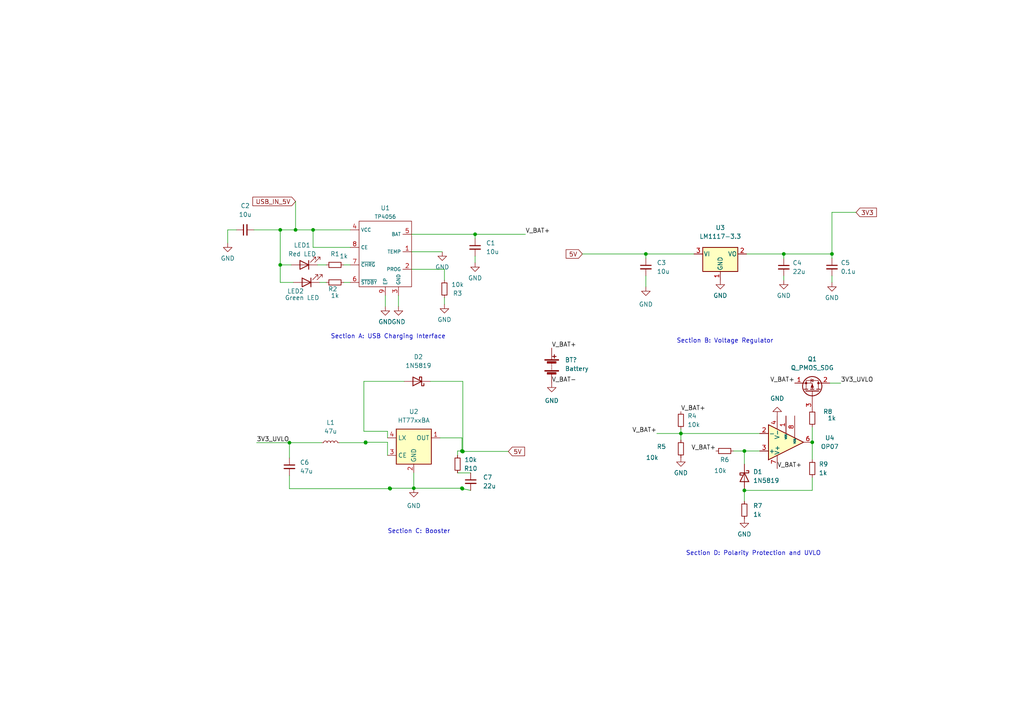
<source format=kicad_sch>
(kicad_sch (version 20211123) (generator eeschema)

  (uuid e63e39d7-6ac0-4ffd-8aa3-1841a4541b55)

  (paper "A4")

  (lib_symbols
    (symbol "Amplifier_Operational:OP07" (pin_names (offset 0.127)) (in_bom yes) (on_board yes)
      (property "Reference" "U" (id 0) (at 1.27 6.35 0)
        (effects (font (size 1.27 1.27)) (justify left))
      )
      (property "Value" "OP07" (id 1) (at 1.27 3.81 0)
        (effects (font (size 1.27 1.27)) (justify left))
      )
      (property "Footprint" "" (id 2) (at 1.27 1.27 0)
        (effects (font (size 1.27 1.27)) hide)
      )
      (property "Datasheet" "https://www.analog.com/media/en/technical-documentation/data-sheets/OP07.pdf" (id 3) (at 1.27 3.81 0)
        (effects (font (size 1.27 1.27)) hide)
      )
      (property "ki_keywords" "single opamp" (id 4) (at 0 0 0)
        (effects (font (size 1.27 1.27)) hide)
      )
      (property "ki_description" "Single Ultra-Low Offset Voltage Operational Amplifier, DIP-8/SOIC-8" (id 5) (at 0 0 0)
        (effects (font (size 1.27 1.27)) hide)
      )
      (property "ki_fp_filters" "DIP*W7.62mm* SOIC*3.9x4.9mm*P1.27mm* TO*99*" (id 6) (at 0 0 0)
        (effects (font (size 1.27 1.27)) hide)
      )
      (symbol "OP07_0_1"
        (polyline
          (pts
            (xy -5.08 5.08)
            (xy 5.08 0)
            (xy -5.08 -5.08)
            (xy -5.08 5.08)
          )
          (stroke (width 0.254) (type default) (color 0 0 0 0))
          (fill (type background))
        )
      )
      (symbol "OP07_1_1"
        (pin input line (at 0 -7.62 90) (length 5.08)
          (name "VOS" (effects (font (size 0.508 0.508))))
          (number "1" (effects (font (size 1.27 1.27))))
        )
        (pin input line (at -7.62 -2.54 0) (length 2.54)
          (name "-" (effects (font (size 1.27 1.27))))
          (number "2" (effects (font (size 1.27 1.27))))
        )
        (pin input line (at -7.62 2.54 0) (length 2.54)
          (name "+" (effects (font (size 1.27 1.27))))
          (number "3" (effects (font (size 1.27 1.27))))
        )
        (pin power_in line (at -2.54 -7.62 90) (length 3.81)
          (name "V-" (effects (font (size 1.27 1.27))))
          (number "4" (effects (font (size 1.27 1.27))))
        )
        (pin no_connect line (at 0 2.54 270) (length 2.54) hide
          (name "NC" (effects (font (size 1.27 1.27))))
          (number "5" (effects (font (size 1.27 1.27))))
        )
        (pin output line (at 7.62 0 180) (length 2.54)
          (name "~" (effects (font (size 1.27 1.27))))
          (number "6" (effects (font (size 1.27 1.27))))
        )
        (pin power_in line (at -2.54 7.62 270) (length 3.81)
          (name "V+" (effects (font (size 1.27 1.27))))
          (number "7" (effects (font (size 1.27 1.27))))
        )
        (pin input line (at 2.54 -7.62 90) (length 6.35)
          (name "VOS" (effects (font (size 0.508 0.508))))
          (number "8" (effects (font (size 1.27 1.27))))
        )
      )
    )
    (symbol "Device:Battery" (pin_numbers hide) (pin_names (offset 0) hide) (in_bom yes) (on_board yes)
      (property "Reference" "BT" (id 0) (at 2.54 2.54 0)
        (effects (font (size 1.27 1.27)) (justify left))
      )
      (property "Value" "Battery" (id 1) (at 2.54 0 0)
        (effects (font (size 1.27 1.27)) (justify left))
      )
      (property "Footprint" "" (id 2) (at 0 1.524 90)
        (effects (font (size 1.27 1.27)) hide)
      )
      (property "Datasheet" "~" (id 3) (at 0 1.524 90)
        (effects (font (size 1.27 1.27)) hide)
      )
      (property "ki_keywords" "batt voltage-source cell" (id 4) (at 0 0 0)
        (effects (font (size 1.27 1.27)) hide)
      )
      (property "ki_description" "Multiple-cell battery" (id 5) (at 0 0 0)
        (effects (font (size 1.27 1.27)) hide)
      )
      (symbol "Battery_0_1"
        (rectangle (start -2.032 -1.397) (end 2.032 -1.651)
          (stroke (width 0) (type default) (color 0 0 0 0))
          (fill (type outline))
        )
        (rectangle (start -2.032 1.778) (end 2.032 1.524)
          (stroke (width 0) (type default) (color 0 0 0 0))
          (fill (type outline))
        )
        (rectangle (start -1.3208 -1.9812) (end 1.27 -2.4892)
          (stroke (width 0) (type default) (color 0 0 0 0))
          (fill (type outline))
        )
        (rectangle (start -1.3208 1.1938) (end 1.27 0.6858)
          (stroke (width 0) (type default) (color 0 0 0 0))
          (fill (type outline))
        )
        (polyline
          (pts
            (xy 0 -1.524)
            (xy 0 -1.27)
          )
          (stroke (width 0) (type default) (color 0 0 0 0))
          (fill (type none))
        )
        (polyline
          (pts
            (xy 0 -1.016)
            (xy 0 -0.762)
          )
          (stroke (width 0) (type default) (color 0 0 0 0))
          (fill (type none))
        )
        (polyline
          (pts
            (xy 0 -0.508)
            (xy 0 -0.254)
          )
          (stroke (width 0) (type default) (color 0 0 0 0))
          (fill (type none))
        )
        (polyline
          (pts
            (xy 0 0)
            (xy 0 0.254)
          )
          (stroke (width 0) (type default) (color 0 0 0 0))
          (fill (type none))
        )
        (polyline
          (pts
            (xy 0 0.508)
            (xy 0 0.762)
          )
          (stroke (width 0) (type default) (color 0 0 0 0))
          (fill (type none))
        )
        (polyline
          (pts
            (xy 0 1.778)
            (xy 0 2.54)
          )
          (stroke (width 0) (type default) (color 0 0 0 0))
          (fill (type none))
        )
        (polyline
          (pts
            (xy 0.254 2.667)
            (xy 1.27 2.667)
          )
          (stroke (width 0.254) (type default) (color 0 0 0 0))
          (fill (type none))
        )
        (polyline
          (pts
            (xy 0.762 3.175)
            (xy 0.762 2.159)
          )
          (stroke (width 0.254) (type default) (color 0 0 0 0))
          (fill (type none))
        )
      )
      (symbol "Battery_1_1"
        (pin passive line (at 0 5.08 270) (length 2.54)
          (name "+" (effects (font (size 1.27 1.27))))
          (number "1" (effects (font (size 1.27 1.27))))
        )
        (pin passive line (at 0 -5.08 90) (length 2.54)
          (name "-" (effects (font (size 1.27 1.27))))
          (number "2" (effects (font (size 1.27 1.27))))
        )
      )
    )
    (symbol "Device:C_Small" (pin_numbers hide) (pin_names (offset 0.254) hide) (in_bom yes) (on_board yes)
      (property "Reference" "C" (id 0) (at 0.254 1.778 0)
        (effects (font (size 1.27 1.27)) (justify left))
      )
      (property "Value" "C_Small" (id 1) (at 0.254 -2.032 0)
        (effects (font (size 1.27 1.27)) (justify left))
      )
      (property "Footprint" "" (id 2) (at 0 0 0)
        (effects (font (size 1.27 1.27)) hide)
      )
      (property "Datasheet" "~" (id 3) (at 0 0 0)
        (effects (font (size 1.27 1.27)) hide)
      )
      (property "ki_keywords" "capacitor cap" (id 4) (at 0 0 0)
        (effects (font (size 1.27 1.27)) hide)
      )
      (property "ki_description" "Unpolarized capacitor, small symbol" (id 5) (at 0 0 0)
        (effects (font (size 1.27 1.27)) hide)
      )
      (property "ki_fp_filters" "C_*" (id 6) (at 0 0 0)
        (effects (font (size 1.27 1.27)) hide)
      )
      (symbol "C_Small_0_1"
        (polyline
          (pts
            (xy -1.524 -0.508)
            (xy 1.524 -0.508)
          )
          (stroke (width 0.3302) (type default) (color 0 0 0 0))
          (fill (type none))
        )
        (polyline
          (pts
            (xy -1.524 0.508)
            (xy 1.524 0.508)
          )
          (stroke (width 0.3048) (type default) (color 0 0 0 0))
          (fill (type none))
        )
      )
      (symbol "C_Small_1_1"
        (pin passive line (at 0 2.54 270) (length 2.032)
          (name "~" (effects (font (size 1.27 1.27))))
          (number "1" (effects (font (size 1.27 1.27))))
        )
        (pin passive line (at 0 -2.54 90) (length 2.032)
          (name "~" (effects (font (size 1.27 1.27))))
          (number "2" (effects (font (size 1.27 1.27))))
        )
      )
    )
    (symbol "Device:D_Schottky" (pin_numbers hide) (pin_names (offset 1.016) hide) (in_bom yes) (on_board yes)
      (property "Reference" "D" (id 0) (at 0 2.54 0)
        (effects (font (size 1.27 1.27)))
      )
      (property "Value" "D_Schottky" (id 1) (at 0 -2.54 0)
        (effects (font (size 1.27 1.27)))
      )
      (property "Footprint" "" (id 2) (at 0 0 0)
        (effects (font (size 1.27 1.27)) hide)
      )
      (property "Datasheet" "~" (id 3) (at 0 0 0)
        (effects (font (size 1.27 1.27)) hide)
      )
      (property "ki_keywords" "diode Schottky" (id 4) (at 0 0 0)
        (effects (font (size 1.27 1.27)) hide)
      )
      (property "ki_description" "Schottky diode" (id 5) (at 0 0 0)
        (effects (font (size 1.27 1.27)) hide)
      )
      (property "ki_fp_filters" "TO-???* *_Diode_* *SingleDiode* D_*" (id 6) (at 0 0 0)
        (effects (font (size 1.27 1.27)) hide)
      )
      (symbol "D_Schottky_0_1"
        (polyline
          (pts
            (xy 1.27 0)
            (xy -1.27 0)
          )
          (stroke (width 0) (type default) (color 0 0 0 0))
          (fill (type none))
        )
        (polyline
          (pts
            (xy 1.27 1.27)
            (xy 1.27 -1.27)
            (xy -1.27 0)
            (xy 1.27 1.27)
          )
          (stroke (width 0.254) (type default) (color 0 0 0 0))
          (fill (type none))
        )
        (polyline
          (pts
            (xy -1.905 0.635)
            (xy -1.905 1.27)
            (xy -1.27 1.27)
            (xy -1.27 -1.27)
            (xy -0.635 -1.27)
            (xy -0.635 -0.635)
          )
          (stroke (width 0.254) (type default) (color 0 0 0 0))
          (fill (type none))
        )
      )
      (symbol "D_Schottky_1_1"
        (pin passive line (at -3.81 0 0) (length 2.54)
          (name "K" (effects (font (size 1.27 1.27))))
          (number "1" (effects (font (size 1.27 1.27))))
        )
        (pin passive line (at 3.81 0 180) (length 2.54)
          (name "A" (effects (font (size 1.27 1.27))))
          (number "2" (effects (font (size 1.27 1.27))))
        )
      )
    )
    (symbol "Device:LED" (pin_numbers hide) (pin_names (offset 1.016) hide) (in_bom yes) (on_board yes)
      (property "Reference" "D" (id 0) (at 0 2.54 0)
        (effects (font (size 1.27 1.27)))
      )
      (property "Value" "LED" (id 1) (at 0 -2.54 0)
        (effects (font (size 1.27 1.27)))
      )
      (property "Footprint" "" (id 2) (at 0 0 0)
        (effects (font (size 1.27 1.27)) hide)
      )
      (property "Datasheet" "~" (id 3) (at 0 0 0)
        (effects (font (size 1.27 1.27)) hide)
      )
      (property "ki_keywords" "LED diode" (id 4) (at 0 0 0)
        (effects (font (size 1.27 1.27)) hide)
      )
      (property "ki_description" "Light emitting diode" (id 5) (at 0 0 0)
        (effects (font (size 1.27 1.27)) hide)
      )
      (property "ki_fp_filters" "LED* LED_SMD:* LED_THT:*" (id 6) (at 0 0 0)
        (effects (font (size 1.27 1.27)) hide)
      )
      (symbol "LED_0_1"
        (polyline
          (pts
            (xy -1.27 -1.27)
            (xy -1.27 1.27)
          )
          (stroke (width 0.254) (type default) (color 0 0 0 0))
          (fill (type none))
        )
        (polyline
          (pts
            (xy -1.27 0)
            (xy 1.27 0)
          )
          (stroke (width 0) (type default) (color 0 0 0 0))
          (fill (type none))
        )
        (polyline
          (pts
            (xy 1.27 -1.27)
            (xy 1.27 1.27)
            (xy -1.27 0)
            (xy 1.27 -1.27)
          )
          (stroke (width 0.254) (type default) (color 0 0 0 0))
          (fill (type none))
        )
        (polyline
          (pts
            (xy -3.048 -0.762)
            (xy -4.572 -2.286)
            (xy -3.81 -2.286)
            (xy -4.572 -2.286)
            (xy -4.572 -1.524)
          )
          (stroke (width 0) (type default) (color 0 0 0 0))
          (fill (type none))
        )
        (polyline
          (pts
            (xy -1.778 -0.762)
            (xy -3.302 -2.286)
            (xy -2.54 -2.286)
            (xy -3.302 -2.286)
            (xy -3.302 -1.524)
          )
          (stroke (width 0) (type default) (color 0 0 0 0))
          (fill (type none))
        )
      )
      (symbol "LED_1_1"
        (pin passive line (at -3.81 0 0) (length 2.54)
          (name "K" (effects (font (size 1.27 1.27))))
          (number "1" (effects (font (size 1.27 1.27))))
        )
        (pin passive line (at 3.81 0 180) (length 2.54)
          (name "A" (effects (font (size 1.27 1.27))))
          (number "2" (effects (font (size 1.27 1.27))))
        )
      )
    )
    (symbol "Device:L_Small" (pin_numbers hide) (pin_names (offset 0.254) hide) (in_bom yes) (on_board yes)
      (property "Reference" "L" (id 0) (at 0.762 1.016 0)
        (effects (font (size 1.27 1.27)) (justify left))
      )
      (property "Value" "L_Small" (id 1) (at 0.762 -1.016 0)
        (effects (font (size 1.27 1.27)) (justify left))
      )
      (property "Footprint" "" (id 2) (at 0 0 0)
        (effects (font (size 1.27 1.27)) hide)
      )
      (property "Datasheet" "~" (id 3) (at 0 0 0)
        (effects (font (size 1.27 1.27)) hide)
      )
      (property "ki_keywords" "inductor choke coil reactor magnetic" (id 4) (at 0 0 0)
        (effects (font (size 1.27 1.27)) hide)
      )
      (property "ki_description" "Inductor, small symbol" (id 5) (at 0 0 0)
        (effects (font (size 1.27 1.27)) hide)
      )
      (property "ki_fp_filters" "Choke_* *Coil* Inductor_* L_*" (id 6) (at 0 0 0)
        (effects (font (size 1.27 1.27)) hide)
      )
      (symbol "L_Small_0_1"
        (arc (start 0 -2.032) (mid 0.508 -1.524) (end 0 -1.016)
          (stroke (width 0) (type default) (color 0 0 0 0))
          (fill (type none))
        )
        (arc (start 0 -1.016) (mid 0.508 -0.508) (end 0 0)
          (stroke (width 0) (type default) (color 0 0 0 0))
          (fill (type none))
        )
        (arc (start 0 0) (mid 0.508 0.508) (end 0 1.016)
          (stroke (width 0) (type default) (color 0 0 0 0))
          (fill (type none))
        )
        (arc (start 0 1.016) (mid 0.508 1.524) (end 0 2.032)
          (stroke (width 0) (type default) (color 0 0 0 0))
          (fill (type none))
        )
      )
      (symbol "L_Small_1_1"
        (pin passive line (at 0 2.54 270) (length 0.508)
          (name "~" (effects (font (size 1.27 1.27))))
          (number "1" (effects (font (size 1.27 1.27))))
        )
        (pin passive line (at 0 -2.54 90) (length 0.508)
          (name "~" (effects (font (size 1.27 1.27))))
          (number "2" (effects (font (size 1.27 1.27))))
        )
      )
    )
    (symbol "Device:Q_PMOS_SDG" (pin_names (offset 0) hide) (in_bom yes) (on_board yes)
      (property "Reference" "Q" (id 0) (at 5.08 1.27 0)
        (effects (font (size 1.27 1.27)) (justify left))
      )
      (property "Value" "Q_PMOS_SDG" (id 1) (at 5.08 -1.27 0)
        (effects (font (size 1.27 1.27)) (justify left))
      )
      (property "Footprint" "" (id 2) (at 5.08 2.54 0)
        (effects (font (size 1.27 1.27)) hide)
      )
      (property "Datasheet" "~" (id 3) (at 0 0 0)
        (effects (font (size 1.27 1.27)) hide)
      )
      (property "ki_keywords" "transistor PMOS P-MOS P-MOSFET" (id 4) (at 0 0 0)
        (effects (font (size 1.27 1.27)) hide)
      )
      (property "ki_description" "P-MOSFET transistor, source/drain/gate" (id 5) (at 0 0 0)
        (effects (font (size 1.27 1.27)) hide)
      )
      (symbol "Q_PMOS_SDG_0_1"
        (polyline
          (pts
            (xy 0.254 0)
            (xy -2.54 0)
          )
          (stroke (width 0) (type default) (color 0 0 0 0))
          (fill (type none))
        )
        (polyline
          (pts
            (xy 0.254 1.905)
            (xy 0.254 -1.905)
          )
          (stroke (width 0.254) (type default) (color 0 0 0 0))
          (fill (type none))
        )
        (polyline
          (pts
            (xy 0.762 -1.27)
            (xy 0.762 -2.286)
          )
          (stroke (width 0.254) (type default) (color 0 0 0 0))
          (fill (type none))
        )
        (polyline
          (pts
            (xy 0.762 0.508)
            (xy 0.762 -0.508)
          )
          (stroke (width 0.254) (type default) (color 0 0 0 0))
          (fill (type none))
        )
        (polyline
          (pts
            (xy 0.762 2.286)
            (xy 0.762 1.27)
          )
          (stroke (width 0.254) (type default) (color 0 0 0 0))
          (fill (type none))
        )
        (polyline
          (pts
            (xy 2.54 2.54)
            (xy 2.54 1.778)
          )
          (stroke (width 0) (type default) (color 0 0 0 0))
          (fill (type none))
        )
        (polyline
          (pts
            (xy 2.54 -2.54)
            (xy 2.54 0)
            (xy 0.762 0)
          )
          (stroke (width 0) (type default) (color 0 0 0 0))
          (fill (type none))
        )
        (polyline
          (pts
            (xy 0.762 1.778)
            (xy 3.302 1.778)
            (xy 3.302 -1.778)
            (xy 0.762 -1.778)
          )
          (stroke (width 0) (type default) (color 0 0 0 0))
          (fill (type none))
        )
        (polyline
          (pts
            (xy 2.286 0)
            (xy 1.27 0.381)
            (xy 1.27 -0.381)
            (xy 2.286 0)
          )
          (stroke (width 0) (type default) (color 0 0 0 0))
          (fill (type outline))
        )
        (polyline
          (pts
            (xy 2.794 -0.508)
            (xy 2.921 -0.381)
            (xy 3.683 -0.381)
            (xy 3.81 -0.254)
          )
          (stroke (width 0) (type default) (color 0 0 0 0))
          (fill (type none))
        )
        (polyline
          (pts
            (xy 3.302 -0.381)
            (xy 2.921 0.254)
            (xy 3.683 0.254)
            (xy 3.302 -0.381)
          )
          (stroke (width 0) (type default) (color 0 0 0 0))
          (fill (type none))
        )
        (circle (center 1.651 0) (radius 2.794)
          (stroke (width 0.254) (type default) (color 0 0 0 0))
          (fill (type none))
        )
        (circle (center 2.54 -1.778) (radius 0.254)
          (stroke (width 0) (type default) (color 0 0 0 0))
          (fill (type outline))
        )
        (circle (center 2.54 1.778) (radius 0.254)
          (stroke (width 0) (type default) (color 0 0 0 0))
          (fill (type outline))
        )
      )
      (symbol "Q_PMOS_SDG_1_1"
        (pin passive line (at 2.54 -5.08 90) (length 2.54)
          (name "S" (effects (font (size 1.27 1.27))))
          (number "1" (effects (font (size 1.27 1.27))))
        )
        (pin passive line (at 2.54 5.08 270) (length 2.54)
          (name "D" (effects (font (size 1.27 1.27))))
          (number "2" (effects (font (size 1.27 1.27))))
        )
        (pin input line (at -5.08 0 0) (length 2.54)
          (name "G" (effects (font (size 1.27 1.27))))
          (number "3" (effects (font (size 1.27 1.27))))
        )
      )
    )
    (symbol "Device:R_Small" (pin_numbers hide) (pin_names (offset 0.254) hide) (in_bom yes) (on_board yes)
      (property "Reference" "R" (id 0) (at 0.762 0.508 0)
        (effects (font (size 1.27 1.27)) (justify left))
      )
      (property "Value" "R_Small" (id 1) (at 0.762 -1.016 0)
        (effects (font (size 1.27 1.27)) (justify left))
      )
      (property "Footprint" "" (id 2) (at 0 0 0)
        (effects (font (size 1.27 1.27)) hide)
      )
      (property "Datasheet" "~" (id 3) (at 0 0 0)
        (effects (font (size 1.27 1.27)) hide)
      )
      (property "ki_keywords" "R resistor" (id 4) (at 0 0 0)
        (effects (font (size 1.27 1.27)) hide)
      )
      (property "ki_description" "Resistor, small symbol" (id 5) (at 0 0 0)
        (effects (font (size 1.27 1.27)) hide)
      )
      (property "ki_fp_filters" "R_*" (id 6) (at 0 0 0)
        (effects (font (size 1.27 1.27)) hide)
      )
      (symbol "R_Small_0_1"
        (rectangle (start -0.762 1.778) (end 0.762 -1.778)
          (stroke (width 0.2032) (type default) (color 0 0 0 0))
          (fill (type none))
        )
      )
      (symbol "R_Small_1_1"
        (pin passive line (at 0 2.54 270) (length 0.762)
          (name "~" (effects (font (size 1.27 1.27))))
          (number "1" (effects (font (size 1.27 1.27))))
        )
        (pin passive line (at 0 -2.54 90) (length 0.762)
          (name "~" (effects (font (size 1.27 1.27))))
          (number "2" (effects (font (size 1.27 1.27))))
        )
      )
    )
    (symbol "Diode:1N5817" (pin_numbers hide) (pin_names (offset 1.016) hide) (in_bom yes) (on_board yes)
      (property "Reference" "D" (id 0) (at 0 2.54 0)
        (effects (font (size 1.27 1.27)))
      )
      (property "Value" "1N5817" (id 1) (at 0 -2.54 0)
        (effects (font (size 1.27 1.27)))
      )
      (property "Footprint" "Diode_THT:D_DO-41_SOD81_P10.16mm_Horizontal" (id 2) (at 0 -4.445 0)
        (effects (font (size 1.27 1.27)) hide)
      )
      (property "Datasheet" "http://www.vishay.com/docs/88525/1n5817.pdf" (id 3) (at 0 0 0)
        (effects (font (size 1.27 1.27)) hide)
      )
      (property "ki_keywords" "diode Schottky" (id 4) (at 0 0 0)
        (effects (font (size 1.27 1.27)) hide)
      )
      (property "ki_description" "20V 1A Schottky Barrier Rectifier Diode, DO-41" (id 5) (at 0 0 0)
        (effects (font (size 1.27 1.27)) hide)
      )
      (property "ki_fp_filters" "D*DO?41*" (id 6) (at 0 0 0)
        (effects (font (size 1.27 1.27)) hide)
      )
      (symbol "1N5817_0_1"
        (polyline
          (pts
            (xy 1.27 0)
            (xy -1.27 0)
          )
          (stroke (width 0) (type default) (color 0 0 0 0))
          (fill (type none))
        )
        (polyline
          (pts
            (xy 1.27 1.27)
            (xy 1.27 -1.27)
            (xy -1.27 0)
            (xy 1.27 1.27)
          )
          (stroke (width 0.254) (type default) (color 0 0 0 0))
          (fill (type none))
        )
        (polyline
          (pts
            (xy -1.905 0.635)
            (xy -1.905 1.27)
            (xy -1.27 1.27)
            (xy -1.27 -1.27)
            (xy -0.635 -1.27)
            (xy -0.635 -0.635)
          )
          (stroke (width 0.254) (type default) (color 0 0 0 0))
          (fill (type none))
        )
      )
      (symbol "1N5817_1_1"
        (pin passive line (at -3.81 0 0) (length 2.54)
          (name "K" (effects (font (size 1.27 1.27))))
          (number "1" (effects (font (size 1.27 1.27))))
        )
        (pin passive line (at 3.81 0 180) (length 2.54)
          (name "A" (effects (font (size 1.27 1.27))))
          (number "2" (effects (font (size 1.27 1.27))))
        )
      )
    )
    (symbol "Regulator_Linear:LM1117-3.3" (pin_names (offset 0.254)) (in_bom yes) (on_board yes)
      (property "Reference" "U" (id 0) (at -3.81 3.175 0)
        (effects (font (size 1.27 1.27)))
      )
      (property "Value" "LM1117-3.3" (id 1) (at 0 3.175 0)
        (effects (font (size 1.27 1.27)) (justify left))
      )
      (property "Footprint" "" (id 2) (at 0 0 0)
        (effects (font (size 1.27 1.27)) hide)
      )
      (property "Datasheet" "http://www.ti.com/lit/ds/symlink/lm1117.pdf" (id 3) (at 0 0 0)
        (effects (font (size 1.27 1.27)) hide)
      )
      (property "ki_keywords" "linear regulator ldo fixed positive" (id 4) (at 0 0 0)
        (effects (font (size 1.27 1.27)) hide)
      )
      (property "ki_description" "800mA Low-Dropout Linear Regulator, 3.3V fixed output, TO-220/TO-252/TO-263/SOT-223" (id 5) (at 0 0 0)
        (effects (font (size 1.27 1.27)) hide)
      )
      (property "ki_fp_filters" "SOT?223* TO?263* TO?252* TO?220*" (id 6) (at 0 0 0)
        (effects (font (size 1.27 1.27)) hide)
      )
      (symbol "LM1117-3.3_0_1"
        (rectangle (start -5.08 -5.08) (end 5.08 1.905)
          (stroke (width 0.254) (type default) (color 0 0 0 0))
          (fill (type background))
        )
      )
      (symbol "LM1117-3.3_1_1"
        (pin power_in line (at 0 -7.62 90) (length 2.54)
          (name "GND" (effects (font (size 1.27 1.27))))
          (number "1" (effects (font (size 1.27 1.27))))
        )
        (pin power_out line (at 7.62 0 180) (length 2.54)
          (name "VO" (effects (font (size 1.27 1.27))))
          (number "2" (effects (font (size 1.27 1.27))))
        )
        (pin power_in line (at -7.62 0 0) (length 2.54)
          (name "VI" (effects (font (size 1.27 1.27))))
          (number "3" (effects (font (size 1.27 1.27))))
        )
      )
    )
    (symbol "Regulator_Switching:AP3012" (in_bom yes) (on_board yes)
      (property "Reference" "U?" (id 0) (at 0 10.16 0)
        (effects (font (size 1.27 1.27)))
      )
      (property "Value" "HT77xxBA" (id 1) (at 0 7.62 0)
        (effects (font (size 1.27 1.27)))
      )
      (property "Footprint" "Package_TO_SOT_SMD:SOT-23-5" (id 2) (at 0.635 -6.35 0)
        (effects (font (size 1.27 1.27) italic) (justify left) hide)
      )
      (property "Datasheet" "https://www.diodes.com/assets/Datasheets/AP3012.pdf" (id 3) (at 0 0 0)
        (effects (font (size 1.27 1.27)) hide)
      )
      (property "ki_keywords" "Step-Up Boost Voltage Regulator" (id 4) (at 0 0 0)
        (effects (font (size 1.27 1.27)) hide)
      )
      (property "ki_description" "500mA, Adjustable Step-Up Voltage Regulator, 1.5MHz Frequency, SOT-23-5" (id 5) (at 0 0 0)
        (effects (font (size 1.27 1.27)) hide)
      )
      (property "ki_fp_filters" "SOT?23*" (id 6) (at 0 0 0)
        (effects (font (size 1.27 1.27)) hide)
      )
      (symbol "AP3012_0_1"
        (rectangle (start -5.08 5.08) (end 5.08 -5.08)
          (stroke (width 0.254) (type default) (color 0 0 0 0))
          (fill (type background))
        )
      )
      (symbol "AP3012_1_1"
        (pin power_out line (at 7.62 2.54 180) (length 2.54)
          (name "OUT" (effects (font (size 1.27 1.27))))
          (number "1" (effects (font (size 1.27 1.27))))
        )
        (pin power_in line (at 0 -7.62 90) (length 2.54)
          (name "GND" (effects (font (size 1.27 1.27))))
          (number "2" (effects (font (size 1.27 1.27))))
        )
        (pin input line (at -7.62 -2.54 0) (length 2.54)
          (name "CE" (effects (font (size 1.27 1.27))))
          (number "3" (effects (font (size 1.27 1.27))))
        )
        (pin power_in line (at -7.62 2.54 0) (length 2.54)
          (name "LX" (effects (font (size 1.27 1.27))))
          (number "4" (effects (font (size 1.27 1.27))))
        )
      )
    )
    (symbol "power:GND" (power) (pin_names (offset 0)) (in_bom yes) (on_board yes)
      (property "Reference" "#PWR" (id 0) (at 0 -6.35 0)
        (effects (font (size 1.27 1.27)) hide)
      )
      (property "Value" "GND" (id 1) (at 0 -3.81 0)
        (effects (font (size 1.27 1.27)))
      )
      (property "Footprint" "" (id 2) (at 0 0 0)
        (effects (font (size 1.27 1.27)) hide)
      )
      (property "Datasheet" "" (id 3) (at 0 0 0)
        (effects (font (size 1.27 1.27)) hide)
      )
      (property "ki_keywords" "power-flag" (id 4) (at 0 0 0)
        (effects (font (size 1.27 1.27)) hide)
      )
      (property "ki_description" "Power symbol creates a global label with name \"GND\" , ground" (id 5) (at 0 0 0)
        (effects (font (size 1.27 1.27)) hide)
      )
      (symbol "GND_0_1"
        (polyline
          (pts
            (xy 0 0)
            (xy 0 -1.27)
            (xy 1.27 -1.27)
            (xy 0 -2.54)
            (xy -1.27 -1.27)
            (xy 0 -1.27)
          )
          (stroke (width 0) (type default) (color 0 0 0 0))
          (fill (type none))
        )
      )
      (symbol "GND_1_1"
        (pin power_in line (at 0 0 270) (length 0) hide
          (name "GND" (effects (font (size 1.27 1.27))))
          (number "1" (effects (font (size 1.27 1.27))))
        )
      )
    )
    (symbol "tp4056:TP4056" (in_bom yes) (on_board yes)
      (property "Reference" "U1" (id 0) (at 7.62 22.86 0)
        (effects (font (size 1.27 1.27)))
      )
      (property "Value" "TP4056" (id 1) (at 7.62 20.32 0)
        (effects (font (size 1.1 1.1)))
      )
      (property "Footprint" "Package_SO:SOIC-8-1EP_3.9x4.9mm_P1.27mm_EP2.29x3mm" (id 2) (at 0 0 0)
        (effects (font (size 1.27 1.27)) hide)
      )
      (property "Datasheet" "" (id 3) (at 0 0 0)
        (effects (font (size 1.27 1.27)) hide)
      )
      (property "ki_description" "TP4056" (id 4) (at 0 0 0)
        (effects (font (size 1.27 1.27)) hide)
      )
      (symbol "TP4056_0_1"
        (rectangle (start 0 19.05) (end 15.24 0)
          (stroke (width 0) (type default) (color 0 0 0 0))
          (fill (type none))
        )
      )
      (symbol "TP4056_1_1"
        (pin input line (at 15.24 10.16 180) (length 2.54)
          (name "TEMP" (effects (font (size 1 1))))
          (number "1" (effects (font (size 1.27 1.27))))
        )
        (pin input line (at 15.24 5.08 180) (length 2.54)
          (name "PROG" (effects (font (size 1 1))))
          (number "2" (effects (font (size 1.27 1.27))))
        )
        (pin input line (at 11.43 -2.54 90) (length 2.54)
          (name "GND" (effects (font (size 1 1))))
          (number "3" (effects (font (size 1.27 1.27))))
        )
        (pin input line (at -2.54 16.51 0) (length 2.54)
          (name "VCC" (effects (font (size 1 1))))
          (number "4" (effects (font (size 1.27 1.27))))
        )
        (pin input line (at 15.24 15.24 180) (length 2.54)
          (name "BAT" (effects (font (size 1 1))))
          (number "5" (effects (font (size 1.27 1.27))))
        )
        (pin input line (at -2.54 1.27 0) (length 2.54)
          (name "~{STDBY}" (effects (font (size 1 1))))
          (number "6" (effects (font (size 1.27 1.27))))
        )
        (pin input line (at -2.54 6.35 0) (length 2.54)
          (name "~{CHRG}" (effects (font (size 1 1))))
          (number "7" (effects (font (size 1.27 1.27))))
        )
        (pin input line (at -2.54 11.43 0) (length 2.54)
          (name "CE" (effects (font (size 1 1))))
          (number "8" (effects (font (size 1.27 1.27))))
        )
        (pin input line (at 7.62 -2.54 90) (length 2.54)
          (name "EP" (effects (font (size 1 1))))
          (number "9" (effects (font (size 1.27 1.27))))
        )
      )
    )
  )

  (junction (at 134.112 141.732) (diameter 0) (color 0 0 0 0)
    (uuid 091008b4-41aa-4b76-bc0c-a8e9f8a7f968)
  )
  (junction (at 81.28 66.675) (diameter 0) (color 0 0 0 0)
    (uuid 09ee415c-bbc3-4976-8f20-cf51070f74d7)
  )
  (junction (at 241.3 73.66) (diameter 0) (color 0 0 0 0)
    (uuid 0c12d004-e908-48d2-9141-dcb24bbf145f)
  )
  (junction (at 113.03 141.605) (diameter 0) (color 0 0 0 0)
    (uuid 101496a3-8823-473b-b1ad-fc3fe2b70875)
  )
  (junction (at 133.985 141.605) (diameter 0) (color 0 0 0 0)
    (uuid 2b759b03-d876-4c9d-893e-cd1c07089b73)
  )
  (junction (at 120.015 141.605) (diameter 0) (color 0 0 0 0)
    (uuid 416f5903-7db7-4f00-a7eb-c5b17e69a690)
  )
  (junction (at 137.795 67.945) (diameter 0) (color 0 0 0 0)
    (uuid 499a4188-931b-4225-a6cc-e85477d0ddb1)
  )
  (junction (at 85.725 66.675) (diameter 0) (color 0 0 0 0)
    (uuid 4acb4ad3-d463-4821-bcf9-2a31a4157605)
  )
  (junction (at 134.112 130.937) (diameter 0) (color 0 0 0 0)
    (uuid 56f3e9d8-f9df-4e95-9de3-1f401133915e)
  )
  (junction (at 227.33 73.66) (diameter 0) (color 0 0 0 0)
    (uuid 579af1c2-f50d-4637-9f91-cb005452079b)
  )
  (junction (at 106.045 128.27) (diameter 0) (color 0 0 0 0)
    (uuid 5b0470e9-c88f-46ca-bcdd-4b14136f95bc)
  )
  (junction (at 215.9 142.24) (diameter 0) (color 0 0 0 0)
    (uuid 6d3c5a65-7a0c-4d99-b54d-3c8d9cc2d298)
  )
  (junction (at 90.805 66.675) (diameter 0) (color 0 0 0 0)
    (uuid 832066e5-6997-45f6-b8fd-540e6c1d9811)
  )
  (junction (at 106.045 128.397) (diameter 0) (color 0 0 0 0)
    (uuid 8f497f02-b96e-4ef1-a4ba-2d991ac437f6)
  )
  (junction (at 133.985 130.81) (diameter 0) (color 0 0 0 0)
    (uuid 93753d1a-b66f-435b-bf4c-e212b39a22f7)
  )
  (junction (at 215.9 130.81) (diameter 0) (color 0 0 0 0)
    (uuid 9b9649e0-255f-417f-a21d-c95c78a95032)
  )
  (junction (at 235.585 128.27) (diameter 0) (color 0 0 0 0)
    (uuid 9f920a1e-a261-4e7f-b5c0-c47a238c9c7c)
  )
  (junction (at 113.157 141.732) (diameter 0) (color 0 0 0 0)
    (uuid ba8c606b-5409-4399-bac3-1c4a4648ebee)
  )
  (junction (at 134.239 130.937) (diameter 0) (color 0 0 0 0)
    (uuid bfb85de7-7eb7-429f-b416-e800d7b047a1)
  )
  (junction (at 197.485 125.73) (diameter 0) (color 0 0 0 0)
    (uuid d53598f9-4089-4dae-a4d8-edcf421554be)
  )
  (junction (at 83.947 128.397) (diameter 0) (color 0 0 0 0)
    (uuid f49c1ef9-033e-4457-873e-e858dbecff39)
  )
  (junction (at 187.325 73.66) (diameter 0) (color 0 0 0 0)
    (uuid f639b205-f6f9-46d6-a8c4-13914ff9341b)
  )
  (junction (at 81.28 76.835) (diameter 0) (color 0 0 0 0)
    (uuid fe2e6f02-2185-4d0a-9566-89df17521028)
  )

  (wire (pts (xy 106.045 128.27) (xy 112.395 128.27))
    (stroke (width 0) (type default) (color 0 0 0 0))
    (uuid 00064fff-b96d-4ead-8987-89ae1b177629)
  )
  (wire (pts (xy 137.795 67.945) (xy 137.795 69.215))
    (stroke (width 0) (type default) (color 0 0 0 0))
    (uuid 04b67e89-b927-4674-a469-1a8e7aa089a1)
  )
  (wire (pts (xy 81.28 66.675) (xy 81.28 76.835))
    (stroke (width 0) (type default) (color 0 0 0 0))
    (uuid 05c0a006-3125-426f-88e3-3fc136aa4aea)
  )
  (wire (pts (xy 98.425 128.397) (xy 106.045 128.397))
    (stroke (width 0) (type default) (color 0 0 0 0))
    (uuid 06d9334e-678b-4902-8df0-4c209b90642e)
  )
  (wire (pts (xy 128.905 86.36) (xy 128.905 88.265))
    (stroke (width 0) (type default) (color 0 0 0 0))
    (uuid 09af624b-5066-4311-acde-f46d943896cf)
  )
  (wire (pts (xy 90.805 66.675) (xy 90.805 71.755))
    (stroke (width 0) (type default) (color 0 0 0 0))
    (uuid 0a5c562b-b77c-48fa-8489-0c50cc4c6aba)
  )
  (wire (pts (xy 235.585 128.27) (xy 235.585 133.35))
    (stroke (width 0) (type default) (color 0 0 0 0))
    (uuid 0aaf87c7-da84-4f84-9095-890731744e14)
  )
  (wire (pts (xy 66.04 66.675) (xy 68.58 66.675))
    (stroke (width 0) (type default) (color 0 0 0 0))
    (uuid 0f452b9b-5289-4a5e-a053-d5a874125294)
  )
  (wire (pts (xy 136.525 142.24) (xy 134.112 141.732))
    (stroke (width 0) (type default) (color 0 0 0 0))
    (uuid 13b53326-08f8-4e53-a376-8e0f77ee6d9c)
  )
  (wire (pts (xy 99.695 81.915) (xy 101.6 81.915))
    (stroke (width 0) (type default) (color 0 0 0 0))
    (uuid 1474bb13-4426-4143-aab5-8f5eaf703ae2)
  )
  (wire (pts (xy 120.015 141.605) (xy 133.985 141.605))
    (stroke (width 0) (type default) (color 0 0 0 0))
    (uuid 1c18d1e5-e20d-45aa-b65c-a2b6f2379d3e)
  )
  (wire (pts (xy 248.285 61.595) (xy 241.3 61.595))
    (stroke (width 0) (type default) (color 0 0 0 0))
    (uuid 22723137-0cf7-49d6-8163-beb93e63b71d)
  )
  (wire (pts (xy 215.9 130.81) (xy 220.345 130.81))
    (stroke (width 0) (type default) (color 0 0 0 0))
    (uuid 23b05a07-00dc-402f-987b-100c5c2e176f)
  )
  (wire (pts (xy 132.715 137.16) (xy 136.525 137.16))
    (stroke (width 0) (type default) (color 0 0 0 0))
    (uuid 2e3bcf61-c850-4961-a682-3af35359032b)
  )
  (wire (pts (xy 113.03 141.605) (xy 120.015 141.605))
    (stroke (width 0) (type default) (color 0 0 0 0))
    (uuid 2ecbc175-5f55-4ac3-9562-e8643531c07d)
  )
  (wire (pts (xy 83.947 137.922) (xy 83.947 141.732))
    (stroke (width 0) (type default) (color 0 0 0 0))
    (uuid 3c30dd96-065a-495b-9422-027c3ab8e033)
  )
  (wire (pts (xy 241.3 80.01) (xy 241.3 81.915))
    (stroke (width 0) (type default) (color 0 0 0 0))
    (uuid 3cd96998-7989-45d1-871f-6aba40a1fdee)
  )
  (wire (pts (xy 112.395 125.095) (xy 112.395 127))
    (stroke (width 0) (type default) (color 0 0 0 0))
    (uuid 43d8da97-964b-4684-9a04-96d000725547)
  )
  (wire (pts (xy 227.33 73.66) (xy 241.3 73.66))
    (stroke (width 0) (type default) (color 0 0 0 0))
    (uuid 46c127b5-2831-47d3-b778-8543122d5810)
  )
  (wire (pts (xy 133.985 141.605) (xy 134.112 141.732))
    (stroke (width 0) (type default) (color 0 0 0 0))
    (uuid 4f56486f-303a-46bb-8a70-9c60cbc8e057)
  )
  (wire (pts (xy 134.239 110.617) (xy 134.239 130.937))
    (stroke (width 0) (type default) (color 0 0 0 0))
    (uuid 522cd6a3-fc7a-411d-8bc7-65d79260178d)
  )
  (wire (pts (xy 81.28 76.835) (xy 81.28 81.915))
    (stroke (width 0) (type default) (color 0 0 0 0))
    (uuid 599bba95-4e5a-4fc7-9c9a-2605494b6967)
  )
  (wire (pts (xy 215.9 134.62) (xy 215.9 130.81))
    (stroke (width 0) (type default) (color 0 0 0 0))
    (uuid 5e0d5458-6050-494f-b890-4b5a31c2081a)
  )
  (wire (pts (xy 85.725 58.42) (xy 85.725 66.675))
    (stroke (width 0) (type default) (color 0 0 0 0))
    (uuid 5ed9844c-542e-4b53-84c5-4d9f9862300c)
  )
  (wire (pts (xy 227.33 73.66) (xy 216.535 73.66))
    (stroke (width 0) (type default) (color 0 0 0 0))
    (uuid 5fa0ed40-5721-440d-aa79-4f29e08fae4d)
  )
  (wire (pts (xy 220.345 125.73) (xy 197.485 125.73))
    (stroke (width 0) (type default) (color 0 0 0 0))
    (uuid 61150ba0-d85f-4463-9f63-f41c98ecb1ae)
  )
  (wire (pts (xy 119.38 78.105) (xy 128.905 78.105))
    (stroke (width 0) (type default) (color 0 0 0 0))
    (uuid 65dd1f5d-46ab-4919-aae2-860dd2adb19d)
  )
  (wire (pts (xy 105.537 125.095) (xy 112.395 125.095))
    (stroke (width 0) (type default) (color 0 0 0 0))
    (uuid 66effa39-7a16-4259-a401-de07ec2aa916)
  )
  (wire (pts (xy 74.422 128.397) (xy 83.947 128.397))
    (stroke (width 0) (type default) (color 0 0 0 0))
    (uuid 68ded6db-7a74-4d71-9895-bf7722d18d17)
  )
  (wire (pts (xy 187.325 73.66) (xy 201.295 73.66))
    (stroke (width 0) (type default) (color 0 0 0 0))
    (uuid 691ba864-0683-49e1-8054-2fc628c1df56)
  )
  (wire (pts (xy 134.112 130.937) (xy 134.239 130.937))
    (stroke (width 0) (type default) (color 0 0 0 0))
    (uuid 6e1b5565-7e06-4dca-813d-c324f02b570d)
  )
  (wire (pts (xy 66.04 66.675) (xy 66.04 70.485))
    (stroke (width 0) (type default) (color 0 0 0 0))
    (uuid 6f896584-0720-4ae8-8231-bd6b6d49d09d)
  )
  (wire (pts (xy 241.3 73.66) (xy 241.3 74.93))
    (stroke (width 0) (type default) (color 0 0 0 0))
    (uuid 6fc173c6-71ed-4211-a2e2-d0c72c89a4e0)
  )
  (wire (pts (xy 190.5 125.73) (xy 197.485 125.73))
    (stroke (width 0) (type default) (color 0 0 0 0))
    (uuid 70792b8d-5668-4b42-8084-8a074304c94e)
  )
  (wire (pts (xy 128.905 78.105) (xy 128.905 81.28))
    (stroke (width 0) (type default) (color 0 0 0 0))
    (uuid 70df46b9-b64f-4240-b561-93da9a276b62)
  )
  (wire (pts (xy 215.9 142.24) (xy 235.585 142.24))
    (stroke (width 0) (type default) (color 0 0 0 0))
    (uuid 755090ec-fdfb-40aa-83ce-f20a94352e8e)
  )
  (wire (pts (xy 115.57 85.725) (xy 115.57 88.9))
    (stroke (width 0) (type default) (color 0 0 0 0))
    (uuid 77091201-3d06-42cd-bf34-7a369371551e)
  )
  (wire (pts (xy 111.76 85.725) (xy 111.76 88.9))
    (stroke (width 0) (type default) (color 0 0 0 0))
    (uuid 772abbe2-fb24-4f83-a7d1-01447fa46abf)
  )
  (wire (pts (xy 105.537 110.617) (xy 117.221 110.617))
    (stroke (width 0) (type default) (color 0 0 0 0))
    (uuid 7b5dfba9-21e5-4437-9d9a-d5faa45d2b0d)
  )
  (wire (pts (xy 235.585 142.24) (xy 235.585 138.43))
    (stroke (width 0) (type default) (color 0 0 0 0))
    (uuid 7b9552da-b164-4649-80b9-5885f15674f0)
  )
  (wire (pts (xy 212.725 130.81) (xy 215.9 130.81))
    (stroke (width 0) (type default) (color 0 0 0 0))
    (uuid 7fd67dc5-7157-4c75-9d27-7282e0c4a517)
  )
  (wire (pts (xy 132.715 130.81) (xy 133.985 130.81))
    (stroke (width 0) (type default) (color 0 0 0 0))
    (uuid 81ba27e2-2a13-45a8-82e0-6455b3d7193f)
  )
  (wire (pts (xy 120.015 137.16) (xy 120.015 141.605))
    (stroke (width 0) (type default) (color 0 0 0 0))
    (uuid 82c837a0-b974-4319-a647-4189f99a6015)
  )
  (wire (pts (xy 227.33 81.28) (xy 227.33 80.0466))
    (stroke (width 0) (type default) (color 0 0 0 0))
    (uuid 8524f9b1-70a1-414b-9280-82c6e4c8a870)
  )
  (wire (pts (xy 137.795 67.945) (xy 152.4 67.945))
    (stroke (width 0) (type default) (color 0 0 0 0))
    (uuid 860baae0-41d3-40c4-aa57-352fa9adffdd)
  )
  (wire (pts (xy 197.485 124.46) (xy 197.485 125.73))
    (stroke (width 0) (type default) (color 0 0 0 0))
    (uuid 88aec050-84fb-4973-9a3b-83d2d562f899)
  )
  (wire (pts (xy 99.695 76.835) (xy 101.6 76.835))
    (stroke (width 0) (type default) (color 0 0 0 0))
    (uuid 890d9d37-03a3-4735-a414-408af579b29d)
  )
  (wire (pts (xy 168.91 73.66) (xy 187.325 73.66))
    (stroke (width 0) (type default) (color 0 0 0 0))
    (uuid 96b06a4d-d103-41ef-a9d3-b21291cfb578)
  )
  (wire (pts (xy 90.805 66.675) (xy 101.6 66.675))
    (stroke (width 0) (type default) (color 0 0 0 0))
    (uuid 9cc6b11d-a014-4088-8a98-87d520455a80)
  )
  (wire (pts (xy 137.795 74.295) (xy 137.795 76.2))
    (stroke (width 0) (type default) (color 0 0 0 0))
    (uuid 9d40ca72-c1c5-4359-8c4c-e0c2827a374f)
  )
  (wire (pts (xy 73.66 66.675) (xy 81.28 66.675))
    (stroke (width 0) (type default) (color 0 0 0 0))
    (uuid 9e6f909f-3b95-45f6-a45b-6d928c4e7bc9)
  )
  (wire (pts (xy 187.325 73.66) (xy 187.325 74.93))
    (stroke (width 0) (type default) (color 0 0 0 0))
    (uuid a2bf11c4-8ff8-45d7-9ce1-277751b14a28)
  )
  (wire (pts (xy 81.28 66.675) (xy 85.725 66.675))
    (stroke (width 0) (type default) (color 0 0 0 0))
    (uuid a2c4ea88-f6d4-4c32-b9d2-5c927b8a7f78)
  )
  (wire (pts (xy 215.9 142.24) (xy 215.9 145.415))
    (stroke (width 0) (type default) (color 0 0 0 0))
    (uuid ab4cd578-db13-457d-a942-a0bfa210bc17)
  )
  (wire (pts (xy 227.33 74.9666) (xy 227.33 73.66))
    (stroke (width 0) (type default) (color 0 0 0 0))
    (uuid b1d6956a-6a69-4b19-b73d-e69b4f4d2427)
  )
  (wire (pts (xy 127.635 127) (xy 133.985 127))
    (stroke (width 0) (type default) (color 0 0 0 0))
    (uuid b9714173-2aa4-45da-85ef-660e085355f6)
  )
  (wire (pts (xy 133.985 127) (xy 133.985 130.81))
    (stroke (width 0) (type default) (color 0 0 0 0))
    (uuid b9d4e899-1575-4eac-bf26-ac64f406deec)
  )
  (wire (pts (xy 85.725 66.675) (xy 90.805 66.675))
    (stroke (width 0) (type default) (color 0 0 0 0))
    (uuid bbf988fa-4c7f-4428-9b8b-a838840be927)
  )
  (wire (pts (xy 94.615 81.915) (xy 92.71 81.915))
    (stroke (width 0) (type default) (color 0 0 0 0))
    (uuid bf5a0b8f-21c9-4fb8-8e74-bab8e6b24c6d)
  )
  (wire (pts (xy 83.947 128.397) (xy 83.947 132.842))
    (stroke (width 0) (type default) (color 0 0 0 0))
    (uuid ca5a9549-f1a6-49c4-b4da-44a9a122e6ff)
  )
  (wire (pts (xy 240.665 111.125) (xy 243.84 111.125))
    (stroke (width 0) (type default) (color 0 0 0 0))
    (uuid cac22bf1-b629-4e8f-b1e5-6351261ae46c)
  )
  (wire (pts (xy 197.485 125.73) (xy 197.485 127.635))
    (stroke (width 0) (type default) (color 0 0 0 0))
    (uuid cd9a760f-ba06-4747-b771-3fcacf2070b9)
  )
  (wire (pts (xy 119.38 73.025) (xy 128.27 73.025))
    (stroke (width 0) (type default) (color 0 0 0 0))
    (uuid cec21215-9647-4cab-9496-fb9d8139bd73)
  )
  (wire (pts (xy 83.947 128.397) (xy 93.345 128.397))
    (stroke (width 0) (type default) (color 0 0 0 0))
    (uuid d5676287-25f4-44d3-97e9-b49cb1507ea0)
  )
  (wire (pts (xy 101.6 71.755) (xy 90.805 71.755))
    (stroke (width 0) (type default) (color 0 0 0 0))
    (uuid d86bbfa3-464b-45f2-9c86-ce9cdcbdf960)
  )
  (wire (pts (xy 85.09 81.915) (xy 81.28 81.915))
    (stroke (width 0) (type default) (color 0 0 0 0))
    (uuid d97acdaa-5eaa-46ba-a725-b3f8cef13121)
  )
  (wire (pts (xy 112.395 128.27) (xy 112.395 132.08))
    (stroke (width 0) (type default) (color 0 0 0 0))
    (uuid da8bf401-5498-474f-a074-cfdbaa1220f1)
  )
  (wire (pts (xy 187.325 80.01) (xy 187.325 83.185))
    (stroke (width 0) (type default) (color 0 0 0 0))
    (uuid deef1da8-179c-4908-834a-9d11f09ade53)
  )
  (wire (pts (xy 235.585 123.825) (xy 235.585 128.27))
    (stroke (width 0) (type default) (color 0 0 0 0))
    (uuid dfa2750d-cd29-4922-b763-c368b5d1ff10)
  )
  (wire (pts (xy 94.615 76.835) (xy 92.075 76.835))
    (stroke (width 0) (type default) (color 0 0 0 0))
    (uuid e0e9a390-3c71-43f5-a7af-dd977d40af99)
  )
  (wire (pts (xy 83.947 141.732) (xy 113.157 141.732))
    (stroke (width 0) (type default) (color 0 0 0 0))
    (uuid e131fdec-c26a-422d-95f9-31e7bb297bc0)
  )
  (wire (pts (xy 119.38 67.945) (xy 137.795 67.945))
    (stroke (width 0) (type default) (color 0 0 0 0))
    (uuid e1ff5e60-0597-4214-93e4-74374d0a0e80)
  )
  (wire (pts (xy 134.239 130.937) (xy 147.447 130.937))
    (stroke (width 0) (type default) (color 0 0 0 0))
    (uuid e20d6885-bcaa-4372-b4e6-134974e70cf7)
  )
  (wire (pts (xy 132.715 132.08) (xy 132.715 130.81))
    (stroke (width 0) (type default) (color 0 0 0 0))
    (uuid e966b4a0-b2c5-4001-ad2e-b73471ddfee5)
  )
  (wire (pts (xy 124.841 110.617) (xy 134.239 110.617))
    (stroke (width 0) (type default) (color 0 0 0 0))
    (uuid ed377dd5-5f9e-4ba8-9125-fb644ddf255c)
  )
  (wire (pts (xy 241.3 61.595) (xy 241.3 73.66))
    (stroke (width 0) (type default) (color 0 0 0 0))
    (uuid f52b75f4-5e6e-4efe-9757-0890a8a9c329)
  )
  (wire (pts (xy 105.537 125.095) (xy 105.537 110.617))
    (stroke (width 0) (type default) (color 0 0 0 0))
    (uuid f5e2777e-844b-4eed-889a-25bbf42a42bf)
  )
  (wire (pts (xy 84.455 76.835) (xy 81.28 76.835))
    (stroke (width 0) (type default) (color 0 0 0 0))
    (uuid fc02bbf2-c1fc-45f2-9900-4c7382dfd9f0)
  )

  (text "Section B: Voltage Regulator" (at 196.215 99.695 0)
    (effects (font (size 1.27 1.27)) (justify left bottom))
    (uuid 79fd3b2d-3ffd-4fa4-bc40-96a698c33dbb)
  )
  (text "Section A: USB Charging Interface" (at 95.885 98.425 0)
    (effects (font (size 1.27 1.27)) (justify left bottom))
    (uuid 7fc10263-0123-4329-93ac-413dbb014f64)
  )
  (text "Section D: Polarity Protection and UVLO\n" (at 238.125 161.29 180)
    (effects (font (size 1.27 1.27)) (justify right bottom))
    (uuid e85ad6c6-5d55-43a7-bc4f-e6096e375cde)
  )
  (text "Section C: Booster" (at 112.395 154.94 0)
    (effects (font (size 1.27 1.27)) (justify left bottom))
    (uuid e8dc69fd-b4be-4460-8376-3755c48c3f7e)
  )

  (label "V_BAT+" (at 160.02 100.965 0)
    (effects (font (size 1.27 1.27)) (justify left bottom))
    (uuid 12498be6-5b44-462f-bce9-5b1ac9815704)
  )
  (label "V_BAT+" (at 207.645 130.81 180)
    (effects (font (size 1.27 1.27)) (justify right bottom))
    (uuid 6245c58c-b096-4161-b9d1-1c74bb0248cd)
  )
  (label "3V3_UVLO" (at 74.422 128.397 0)
    (effects (font (size 1.27 1.27)) (justify left bottom))
    (uuid 6691bab0-2a12-472d-90c2-ce7de2144d4c)
  )
  (label "V_BAT+" (at 230.505 111.125 180)
    (effects (font (size 1.27 1.27)) (justify right bottom))
    (uuid 6a5b1157-de2e-4c0c-9990-50ced7498ecc)
  )
  (label "V_BAT+" (at 190.5 125.73 180)
    (effects (font (size 1.27 1.27)) (justify right bottom))
    (uuid 838ecf51-3049-4a7d-98db-e0124296df1b)
  )
  (label "3V3_UVLO" (at 243.84 111.125 0)
    (effects (font (size 1.27 1.27)) (justify left bottom))
    (uuid 98a94b42-e2b8-4ff4-9e9d-2c09dc949d09)
  )
  (label "V_BAT+" (at 225.425 135.89 0)
    (effects (font (size 1.27 1.27)) (justify left bottom))
    (uuid cc83ea40-6c56-4a44-9f33-ad9e0566a74e)
  )
  (label "V_BAT+" (at 152.4 67.945 0)
    (effects (font (size 1.27 1.27)) (justify left bottom))
    (uuid d45da075-13ef-436f-adc3-196603e88755)
  )
  (label "V_BAT+" (at 197.485 119.38 0)
    (effects (font (size 1.27 1.27)) (justify left bottom))
    (uuid f6b0b142-e290-4470-a831-9c98ca434b91)
  )
  (label "V_BAT-" (at 160.02 111.125 0)
    (effects (font (size 1.27 1.27)) (justify left bottom))
    (uuid f94c0278-a200-4630-9a83-9231b3979c49)
  )

  (global_label "5V" (shape input) (at 147.447 130.937 0) (fields_autoplaced)
    (effects (font (size 1.27 1.27)) (justify left))
    (uuid 504e39fe-694c-48d4-8a49-1150f891267b)
    (property "Intersheet References" "${INTERSHEET_REFS}" (id 0) (at 152.1582 130.8576 0)
      (effects (font (size 1.27 1.27)) (justify left) hide)
    )
  )
  (global_label "3V3" (shape input) (at 248.285 61.595 0) (fields_autoplaced)
    (effects (font (size 1.27 1.27)) (justify left))
    (uuid 7904d334-c7f1-44f2-b787-4d43b51ce843)
    (property "Intersheet References" "${INTERSHEET_REFS}" (id 0) (at 254.2057 61.5156 0)
      (effects (font (size 1.27 1.27)) (justify left) hide)
    )
  )
  (global_label "USB_IN_5V" (shape input) (at 85.725 58.42 180) (fields_autoplaced)
    (effects (font (size 1.27 1.27)) (justify right))
    (uuid 9768b9c7-1057-4faa-bca4-a10dc62b39ea)
    (property "Intersheet References" "${INTERSHEET_REFS}" (id 0) (at 73.3333 58.4994 0)
      (effects (font (size 1.27 1.27)) (justify right) hide)
    )
  )
  (global_label "5V" (shape input) (at 168.91 73.66 180) (fields_autoplaced)
    (effects (font (size 1.27 1.27)) (justify right))
    (uuid fbeee47e-ae7f-4093-9f8e-2851ac464e81)
    (property "Intersheet References" "${INTERSHEET_REFS}" (id 0) (at 164.1988 73.7394 0)
      (effects (font (size 1.27 1.27)) (justify right) hide)
    )
  )

  (symbol (lib_id "Device:R_Small") (at 97.155 76.835 90) (unit 1)
    (in_bom yes) (on_board yes)
    (uuid 02b952df-816c-40cb-b473-c544865106cf)
    (property "Reference" "R1" (id 0) (at 97.155 73.66 90))
    (property "Value" "1k" (id 1) (at 99.695 74.295 90))
    (property "Footprint" "" (id 2) (at 97.155 76.835 0)
      (effects (font (size 1.27 1.27)) hide)
    )
    (property "Datasheet" "~" (id 3) (at 97.155 76.835 0)
      (effects (font (size 1.27 1.27)) hide)
    )
    (pin "1" (uuid c42fa1ac-1501-42da-bf6e-c8995fa4851b))
    (pin "2" (uuid b28cfaca-8eea-432a-87ec-bf6f49ecccef))
  )

  (symbol (lib_id "Device:C_Small") (at 83.947 135.382 0) (unit 1)
    (in_bom yes) (on_board yes) (fields_autoplaced)
    (uuid 02de3758-f28f-4edc-bf04-271f54f8b159)
    (property "Reference" "C6" (id 0) (at 86.995 134.1182 0)
      (effects (font (size 1.27 1.27)) (justify left))
    )
    (property "Value" "47u" (id 1) (at 86.995 136.6582 0)
      (effects (font (size 1.27 1.27)) (justify left))
    )
    (property "Footprint" "" (id 2) (at 83.947 135.382 0)
      (effects (font (size 1.27 1.27)) hide)
    )
    (property "Datasheet" "~" (id 3) (at 83.947 135.382 0)
      (effects (font (size 1.27 1.27)) hide)
    )
    (pin "1" (uuid d92f3e07-94e0-450e-9bac-3d0cae9d3007))
    (pin "2" (uuid 70108c4e-0bd7-4861-af2d-4e18adbd67a4))
  )

  (symbol (lib_id "tp4056:TP4056") (at 104.14 83.185 0) (unit 1)
    (in_bom yes) (on_board yes) (fields_autoplaced)
    (uuid 069a62df-7070-4677-9d27-3841d5b031b0)
    (property "Reference" "U1" (id 0) (at 111.76 60.325 0))
    (property "Value" "TP4056" (id 1) (at 111.76 62.865 0)
      (effects (font (size 1.1 1.1)))
    )
    (property "Footprint" "Package_SO:SOIC-8-1EP_3.9x4.9mm_P1.27mm_EP2.29x3mm" (id 2) (at 104.14 83.185 0)
      (effects (font (size 1.27 1.27)) hide)
    )
    (property "Datasheet" "" (id 3) (at 104.14 83.185 0)
      (effects (font (size 1.27 1.27)) hide)
    )
    (pin "1" (uuid 38b396b3-d697-41a0-bfba-5548d6528532))
    (pin "2" (uuid 3158154d-f01a-4149-815d-34b95965a5e6))
    (pin "3" (uuid 94c32982-626a-485e-af89-d998581e6e2f))
    (pin "4" (uuid 9a9eced4-829e-4988-8b65-5763623e2f8b))
    (pin "5" (uuid affd5e83-b710-476e-8f70-b889f0abd07e))
    (pin "6" (uuid 7b4a9943-904a-4bef-897c-5e0e1e789902))
    (pin "7" (uuid 7cd762df-1b0e-4d1d-9eae-0b076addf2f7))
    (pin "8" (uuid 062ccc32-475f-42a7-9fe0-bd759ca32278))
    (pin "9" (uuid 48626291-a0ed-43f9-8643-79e7c5c5ed00))
  )

  (symbol (lib_id "power:GND") (at 160.02 111.125 0) (unit 1)
    (in_bom yes) (on_board yes) (fields_autoplaced)
    (uuid 12ebeff9-0572-480d-b1e5-07e8db18fe15)
    (property "Reference" "#PWR?" (id 0) (at 160.02 117.475 0)
      (effects (font (size 1.27 1.27)) hide)
    )
    (property "Value" "GND" (id 1) (at 160.02 116.205 0))
    (property "Footprint" "" (id 2) (at 160.02 111.125 0)
      (effects (font (size 1.27 1.27)) hide)
    )
    (property "Datasheet" "" (id 3) (at 160.02 111.125 0)
      (effects (font (size 1.27 1.27)) hide)
    )
    (pin "1" (uuid 1a8226f0-9329-4bb6-beb0-d5c18751ad54))
  )

  (symbol (lib_id "Device:Battery") (at 160.02 106.045 0) (unit 1)
    (in_bom yes) (on_board yes) (fields_autoplaced)
    (uuid 1699bc09-f09e-4839-81f2-9ca65ce464d7)
    (property "Reference" "BT?" (id 0) (at 163.83 104.3939 0)
      (effects (font (size 1.27 1.27)) (justify left))
    )
    (property "Value" "Battery" (id 1) (at 163.83 106.9339 0)
      (effects (font (size 1.27 1.27)) (justify left))
    )
    (property "Footprint" "" (id 2) (at 160.02 104.521 90)
      (effects (font (size 1.27 1.27)) hide)
    )
    (property "Datasheet" "~" (id 3) (at 160.02 104.521 90)
      (effects (font (size 1.27 1.27)) hide)
    )
    (pin "1" (uuid 8302248e-97db-45f0-9e4e-d0367b746f41))
    (pin "2" (uuid ed88958c-7dea-458c-986f-dc1186d3fd0d))
  )

  (symbol (lib_id "Device:C_Small") (at 241.3 77.47 0) (unit 1)
    (in_bom yes) (on_board yes) (fields_autoplaced)
    (uuid 1b3e95fc-9869-4660-ad66-0f5cf535002e)
    (property "Reference" "C5" (id 0) (at 243.84 76.2062 0)
      (effects (font (size 1.27 1.27)) (justify left))
    )
    (property "Value" "0.1u" (id 1) (at 243.84 78.7462 0)
      (effects (font (size 1.27 1.27)) (justify left))
    )
    (property "Footprint" "" (id 2) (at 241.3 77.47 0)
      (effects (font (size 1.27 1.27)) hide)
    )
    (property "Datasheet" "~" (id 3) (at 241.3 77.47 0)
      (effects (font (size 1.27 1.27)) hide)
    )
    (pin "1" (uuid 0a953b23-2475-4864-8ae0-081e3da0635e))
    (pin "2" (uuid 0b2234a5-ff7c-48e3-a246-f60b0dc8f798))
  )

  (symbol (lib_id "power:GND") (at 187.325 83.185 0) (unit 1)
    (in_bom yes) (on_board yes) (fields_autoplaced)
    (uuid 20a2aa80-cb7f-4b67-a319-d84504149a7b)
    (property "Reference" "#PWR?" (id 0) (at 187.325 89.535 0)
      (effects (font (size 1.27 1.27)) hide)
    )
    (property "Value" "GND" (id 1) (at 187.325 88.265 0))
    (property "Footprint" "" (id 2) (at 187.325 83.185 0)
      (effects (font (size 1.27 1.27)) hide)
    )
    (property "Datasheet" "" (id 3) (at 187.325 83.185 0)
      (effects (font (size 1.27 1.27)) hide)
    )
    (pin "1" (uuid d6d8e6bd-96ca-4090-9687-86edceeffe03))
  )

  (symbol (lib_id "Device:R_Small") (at 197.485 121.92 0) (unit 1)
    (in_bom yes) (on_board yes) (fields_autoplaced)
    (uuid 20e57276-ac02-4a71-a243-51436a8521a9)
    (property "Reference" "R4" (id 0) (at 199.39 120.6499 0)
      (effects (font (size 1.27 1.27)) (justify left))
    )
    (property "Value" "10k" (id 1) (at 199.39 123.1899 0)
      (effects (font (size 1.27 1.27)) (justify left))
    )
    (property "Footprint" "" (id 2) (at 197.485 121.92 0)
      (effects (font (size 1.27 1.27)) hide)
    )
    (property "Datasheet" "~" (id 3) (at 197.485 121.92 0)
      (effects (font (size 1.27 1.27)) hide)
    )
    (pin "1" (uuid 76ec7435-4dd7-4516-b7eb-c68ce8f4cebd))
    (pin "2" (uuid b8ddb2c1-e3c3-48ac-8483-a66cbf3beaa5))
  )

  (symbol (lib_id "Device:C_Small") (at 227.33 77.5066 0) (unit 1)
    (in_bom yes) (on_board yes) (fields_autoplaced)
    (uuid 3003cb6e-9e76-4410-8275-d366909adbbd)
    (property "Reference" "C4" (id 0) (at 229.87 76.2428 0)
      (effects (font (size 1.27 1.27)) (justify left))
    )
    (property "Value" "22u" (id 1) (at 229.87 78.7828 0)
      (effects (font (size 1.27 1.27)) (justify left))
    )
    (property "Footprint" "" (id 2) (at 227.33 77.5066 0)
      (effects (font (size 1.27 1.27)) hide)
    )
    (property "Datasheet" "~" (id 3) (at 227.33 77.5066 0)
      (effects (font (size 1.27 1.27)) hide)
    )
    (pin "1" (uuid d90a397e-69c6-49be-b5b8-3506e94b4bba))
    (pin "2" (uuid d525771b-154c-4970-b57c-af00790db16c))
  )

  (symbol (lib_id "power:GND") (at 241.3 81.915 0) (unit 1)
    (in_bom yes) (on_board yes) (fields_autoplaced)
    (uuid 39280289-ae52-45df-8daf-9c1ba8a61352)
    (property "Reference" "#PWR?" (id 0) (at 241.3 88.265 0)
      (effects (font (size 1.27 1.27)) hide)
    )
    (property "Value" "GND" (id 1) (at 241.3 86.36 0))
    (property "Footprint" "" (id 2) (at 241.3 81.915 0)
      (effects (font (size 1.27 1.27)) hide)
    )
    (property "Datasheet" "" (id 3) (at 241.3 81.915 0)
      (effects (font (size 1.27 1.27)) hide)
    )
    (pin "1" (uuid 189828bc-3fab-4abc-8572-0c0f1baf6b20))
  )

  (symbol (lib_id "Device:R_Small") (at 128.905 83.82 180) (unit 1)
    (in_bom yes) (on_board yes)
    (uuid 3ed1ac62-1d26-4021-8310-28d149a1adcd)
    (property "Reference" "R3" (id 0) (at 132.715 85.09 0))
    (property "Value" "10k" (id 1) (at 132.715 82.55 0))
    (property "Footprint" "" (id 2) (at 128.905 83.82 0)
      (effects (font (size 1.27 1.27)) hide)
    )
    (property "Datasheet" "~" (id 3) (at 128.905 83.82 0)
      (effects (font (size 1.27 1.27)) hide)
    )
    (pin "1" (uuid 1df46678-cb2a-43e0-bbf2-71c72ca6a937))
    (pin "2" (uuid a5415e26-0f20-4fab-bfc5-f7dd1e1ecbde))
  )

  (symbol (lib_id "Regulator_Linear:LM1117-3.3") (at 208.915 73.66 0) (unit 1)
    (in_bom yes) (on_board yes) (fields_autoplaced)
    (uuid 408bfc25-16e4-43fa-811d-7baaff6cb223)
    (property "Reference" "U3" (id 0) (at 208.915 66.04 0))
    (property "Value" "LM1117-3.3" (id 1) (at 208.915 68.58 0))
    (property "Footprint" "" (id 2) (at 208.915 73.66 0)
      (effects (font (size 1.27 1.27)) hide)
    )
    (property "Datasheet" "http://www.ti.com/lit/ds/symlink/lm1117.pdf" (id 3) (at 208.915 73.66 0)
      (effects (font (size 1.27 1.27)) hide)
    )
    (pin "1" (uuid f4503490-a33e-4aee-abbf-4c775073cc36))
    (pin "2" (uuid ad3e2221-dc13-407e-829b-2014b88cfe15))
    (pin "3" (uuid 4866fab1-556c-46ec-b5d2-682758e8e715))
  )

  (symbol (lib_id "Amplifier_Operational:OP07") (at 227.965 128.27 0) (mirror x) (unit 1)
    (in_bom yes) (on_board yes)
    (uuid 42091e35-16ec-4fe9-81cf-c98d9eaf833e)
    (property "Reference" "U4" (id 0) (at 240.665 127 0))
    (property "Value" "OP07" (id 1) (at 240.665 129.54 0))
    (property "Footprint" "" (id 2) (at 229.235 129.54 0)
      (effects (font (size 1.27 1.27)) hide)
    )
    (property "Datasheet" "https://www.analog.com/media/en/technical-documentation/data-sheets/OP07.pdf" (id 3) (at 229.235 132.08 0)
      (effects (font (size 1.27 1.27)) hide)
    )
    (pin "1" (uuid d15d46de-7e91-488a-9694-26904bdc6f7b))
    (pin "2" (uuid d47b056c-8677-46af-93a2-b011881d26ad))
    (pin "3" (uuid 2cddf444-bc5e-418b-8737-46a27997cfe0))
    (pin "4" (uuid b47f65e0-0e39-4c14-b602-00a41d22e6fc))
    (pin "5" (uuid 228cd734-9759-48cb-a5e2-eb2ded4ae1ef))
    (pin "6" (uuid 49ece418-eeab-4d97-9328-a4f62bbe563b))
    (pin "7" (uuid e2912ddb-ac6e-4168-b849-574cad27103c))
    (pin "8" (uuid 6bffe0c3-f08e-43a9-ac57-1c53be98f908))
  )

  (symbol (lib_id "Device:D_Schottky") (at 215.9 138.43 270) (unit 1)
    (in_bom yes) (on_board yes)
    (uuid 466f3cea-5436-440b-911e-b880cde933cf)
    (property "Reference" "D1" (id 0) (at 218.44 136.8424 90)
      (effects (font (size 1.27 1.27)) (justify left))
    )
    (property "Value" "1N5819" (id 1) (at 218.44 139.3824 90)
      (effects (font (size 1.27 1.27)) (justify left))
    )
    (property "Footprint" "" (id 2) (at 215.9 138.43 0)
      (effects (font (size 1.27 1.27)) hide)
    )
    (property "Datasheet" "~" (id 3) (at 215.9 138.43 0)
      (effects (font (size 1.27 1.27)) hide)
    )
    (pin "1" (uuid 330cbdcd-9a4d-4dfd-a94c-7422b621a66b))
    (pin "2" (uuid c637575c-5e25-43b3-8d08-2729a1ba6f5c))
  )

  (symbol (lib_id "power:GND") (at 120.015 141.605 0) (unit 1)
    (in_bom yes) (on_board yes) (fields_autoplaced)
    (uuid 4c76466f-bb26-4ee1-a229-0e40d9876de8)
    (property "Reference" "#PWR?" (id 0) (at 120.015 147.955 0)
      (effects (font (size 1.27 1.27)) hide)
    )
    (property "Value" "GND" (id 1) (at 120.015 146.685 0))
    (property "Footprint" "" (id 2) (at 120.015 141.605 0)
      (effects (font (size 1.27 1.27)) hide)
    )
    (property "Datasheet" "" (id 3) (at 120.015 141.605 0)
      (effects (font (size 1.27 1.27)) hide)
    )
    (pin "1" (uuid b0bbf660-8644-4ec0-b27d-f0d845a61a64))
  )

  (symbol (lib_id "power:GND") (at 128.27 73.025 0) (unit 1)
    (in_bom yes) (on_board yes) (fields_autoplaced)
    (uuid 4f3acadf-b5bb-4a6f-8ca6-ff350313aa3d)
    (property "Reference" "#PWR?" (id 0) (at 128.27 79.375 0)
      (effects (font (size 1.27 1.27)) hide)
    )
    (property "Value" "GND" (id 1) (at 128.27 77.47 0))
    (property "Footprint" "" (id 2) (at 128.27 73.025 0)
      (effects (font (size 1.27 1.27)) hide)
    )
    (property "Datasheet" "" (id 3) (at 128.27 73.025 0)
      (effects (font (size 1.27 1.27)) hide)
    )
    (pin "1" (uuid 17f35f57-267c-44a9-abbe-0cc7875dacdd))
  )

  (symbol (lib_id "Diode:1N5817") (at 121.031 110.617 180) (unit 1)
    (in_bom yes) (on_board yes) (fields_autoplaced)
    (uuid 538c8bf7-8925-44ff-ba34-3fdfba95a116)
    (property "Reference" "D2" (id 0) (at 121.3485 103.505 0))
    (property "Value" "1N5819" (id 1) (at 121.3485 106.045 0))
    (property "Footprint" "Diode_THT:D_DO-41_SOD81_P10.16mm_Horizontal" (id 2) (at 121.031 106.172 0)
      (effects (font (size 1.27 1.27)) hide)
    )
    (property "Datasheet" "http://www.vishay.com/docs/88525/1n5817.pdf" (id 3) (at 121.031 110.617 0)
      (effects (font (size 1.27 1.27)) hide)
    )
    (pin "1" (uuid 9bde348d-84b5-422d-94bd-0f7c03d0fe1f))
    (pin "2" (uuid fbcfcfa2-b21f-40ad-977b-abeb4e4b5624))
  )

  (symbol (lib_id "power:GND") (at 197.485 132.715 0) (unit 1)
    (in_bom yes) (on_board yes) (fields_autoplaced)
    (uuid 5baf645a-cad3-49d7-80d5-1197cbc9b78c)
    (property "Reference" "#PWR?" (id 0) (at 197.485 139.065 0)
      (effects (font (size 1.27 1.27)) hide)
    )
    (property "Value" "GND" (id 1) (at 197.485 137.16 0))
    (property "Footprint" "" (id 2) (at 197.485 132.715 0)
      (effects (font (size 1.27 1.27)) hide)
    )
    (property "Datasheet" "" (id 3) (at 197.485 132.715 0)
      (effects (font (size 1.27 1.27)) hide)
    )
    (pin "1" (uuid 3493d8fc-f31e-4d65-911e-ba727ac53535))
  )

  (symbol (lib_id "Device:R_Small") (at 210.185 130.81 90) (unit 1)
    (in_bom yes) (on_board yes)
    (uuid 61e051fb-4bad-41b4-9e02-d956baa3b005)
    (property "Reference" "R6" (id 0) (at 210.185 133.35 90))
    (property "Value" "10k" (id 1) (at 208.915 136.525 90))
    (property "Footprint" "" (id 2) (at 210.185 130.81 0)
      (effects (font (size 1.27 1.27)) hide)
    )
    (property "Datasheet" "~" (id 3) (at 210.185 130.81 0)
      (effects (font (size 1.27 1.27)) hide)
    )
    (pin "1" (uuid 9cc07862-80d7-4ef3-824e-fefd7192f394))
    (pin "2" (uuid 86eaaf8a-c736-4758-835f-19e63a10e658))
  )

  (symbol (lib_id "power:GND") (at 111.76 88.9 0) (unit 1)
    (in_bom yes) (on_board yes) (fields_autoplaced)
    (uuid 62ef4635-b49c-438c-85be-c661ac8e24f3)
    (property "Reference" "#PWR?" (id 0) (at 111.76 95.25 0)
      (effects (font (size 1.27 1.27)) hide)
    )
    (property "Value" "GND" (id 1) (at 111.76 93.345 0))
    (property "Footprint" "" (id 2) (at 111.76 88.9 0)
      (effects (font (size 1.27 1.27)) hide)
    )
    (property "Datasheet" "" (id 3) (at 111.76 88.9 0)
      (effects (font (size 1.27 1.27)) hide)
    )
    (pin "1" (uuid 74c102d5-3066-41a7-88c9-ac35e0405465))
  )

  (symbol (lib_id "Device:R_Small") (at 132.715 134.62 180) (unit 1)
    (in_bom yes) (on_board yes)
    (uuid 668ddd06-baee-4d60-a235-ed62d4f2723b)
    (property "Reference" "R10" (id 0) (at 136.525 135.89 0))
    (property "Value" "10k" (id 1) (at 136.525 133.35 0))
    (property "Footprint" "" (id 2) (at 132.715 134.62 0)
      (effects (font (size 1.27 1.27)) hide)
    )
    (property "Datasheet" "~" (id 3) (at 132.715 134.62 0)
      (effects (font (size 1.27 1.27)) hide)
    )
    (pin "1" (uuid 75ee428f-7c1c-4952-9c55-38e07e489c9a))
    (pin "2" (uuid 16b40e65-4999-4ab0-a89a-c1506c15df79))
  )

  (symbol (lib_id "power:GND") (at 66.04 70.485 0) (unit 1)
    (in_bom yes) (on_board yes) (fields_autoplaced)
    (uuid 6844f855-25ff-4188-9473-88967610b797)
    (property "Reference" "#PWR?" (id 0) (at 66.04 76.835 0)
      (effects (font (size 1.27 1.27)) hide)
    )
    (property "Value" "GND" (id 1) (at 66.04 74.93 0))
    (property "Footprint" "" (id 2) (at 66.04 70.485 0)
      (effects (font (size 1.27 1.27)) hide)
    )
    (property "Datasheet" "" (id 3) (at 66.04 70.485 0)
      (effects (font (size 1.27 1.27)) hide)
    )
    (pin "1" (uuid 93394d13-d3bb-417c-862f-520674759840))
  )

  (symbol (lib_id "power:GND") (at 227.33 81.28 0) (unit 1)
    (in_bom yes) (on_board yes) (fields_autoplaced)
    (uuid 69abdc97-46db-4651-aa78-a895b46a82ee)
    (property "Reference" "#PWR?" (id 0) (at 227.33 87.63 0)
      (effects (font (size 1.27 1.27)) hide)
    )
    (property "Value" "GND" (id 1) (at 227.33 85.725 0))
    (property "Footprint" "" (id 2) (at 227.33 81.28 0)
      (effects (font (size 1.27 1.27)) hide)
    )
    (property "Datasheet" "" (id 3) (at 227.33 81.28 0)
      (effects (font (size 1.27 1.27)) hide)
    )
    (pin "1" (uuid 4fb8902b-b421-4945-a856-07e66c7d6b7b))
  )

  (symbol (lib_id "Device:R_Small") (at 235.585 121.285 0) (unit 1)
    (in_bom yes) (on_board yes)
    (uuid 6ab97a1c-eedd-45c3-bd31-f8e72be55cad)
    (property "Reference" "R8" (id 0) (at 238.76 119.38 0)
      (effects (font (size 1.27 1.27)) (justify left))
    )
    (property "Value" "1k" (id 1) (at 240.03 121.285 0)
      (effects (font (size 1.27 1.27)) (justify left))
    )
    (property "Footprint" "" (id 2) (at 235.585 121.285 0)
      (effects (font (size 1.27 1.27)) hide)
    )
    (property "Datasheet" "~" (id 3) (at 235.585 121.285 0)
      (effects (font (size 1.27 1.27)) hide)
    )
    (pin "1" (uuid 30222931-fa23-42aa-b021-0913275de26e))
    (pin "2" (uuid ab12689f-459b-40ab-9c1f-190e7d8a4c06))
  )

  (symbol (lib_id "power:GND") (at 137.795 76.2 0) (unit 1)
    (in_bom yes) (on_board yes) (fields_autoplaced)
    (uuid 6ff09985-8822-499b-9514-133c83f62d45)
    (property "Reference" "#PWR?" (id 0) (at 137.795 82.55 0)
      (effects (font (size 1.27 1.27)) hide)
    )
    (property "Value" "GND" (id 1) (at 137.795 80.645 0))
    (property "Footprint" "" (id 2) (at 137.795 76.2 0)
      (effects (font (size 1.27 1.27)) hide)
    )
    (property "Datasheet" "" (id 3) (at 137.795 76.2 0)
      (effects (font (size 1.27 1.27)) hide)
    )
    (pin "1" (uuid eb74a623-276b-4b77-85b7-3d3323510fc1))
  )

  (symbol (lib_id "Device:L_Small") (at 95.885 128.397 90) (unit 1)
    (in_bom yes) (on_board yes) (fields_autoplaced)
    (uuid 71c7014a-d7cb-4421-b003-a73092bfc50c)
    (property "Reference" "L1" (id 0) (at 95.885 122.555 90))
    (property "Value" "47u" (id 1) (at 95.885 125.095 90))
    (property "Footprint" "" (id 2) (at 95.885 128.397 0)
      (effects (font (size 1.27 1.27)) hide)
    )
    (property "Datasheet" "~" (id 3) (at 95.885 128.397 0)
      (effects (font (size 1.27 1.27)) hide)
    )
    (pin "1" (uuid 9703cbb2-a5a6-4495-9083-de1234ac8b08))
    (pin "2" (uuid 91592530-a83a-400d-82c3-024c436437d2))
  )

  (symbol (lib_id "Device:LED") (at 88.9 81.915 180) (unit 1)
    (in_bom yes) (on_board yes)
    (uuid 76085698-0bde-46d7-9fe1-7da8050bc14d)
    (property "Reference" "LED2" (id 0) (at 85.725 84.455 0))
    (property "Value" "Green LED" (id 1) (at 87.63 86.36 0))
    (property "Footprint" "" (id 2) (at 88.9 81.915 0)
      (effects (font (size 1.27 1.27)) hide)
    )
    (property "Datasheet" "~" (id 3) (at 88.9 81.915 0)
      (effects (font (size 1.27 1.27)) hide)
    )
    (pin "1" (uuid 77970c9f-5675-4f3d-b6c1-59cc3897ffac))
    (pin "2" (uuid b4d4eff3-1264-44f2-8142-9b6c16e46e35))
  )

  (symbol (lib_id "Regulator_Switching:AP3012") (at 120.015 129.54 0) (unit 1)
    (in_bom yes) (on_board yes) (fields_autoplaced)
    (uuid 789426ba-1b00-402b-9dd7-4cc463c090a5)
    (property "Reference" "U2" (id 0) (at 120.015 119.38 0))
    (property "Value" "HT77xxBA" (id 1) (at 120.015 121.92 0))
    (property "Footprint" "Package_TO_SOT_SMD:SOT-23-5" (id 2) (at 120.65 135.89 0)
      (effects (font (size 1.27 1.27) italic) (justify left) hide)
    )
    (property "Datasheet" "https://www.diodes.com/assets/Datasheets/AP3012.pdf" (id 3) (at 120.015 129.54 0)
      (effects (font (size 1.27 1.27)) hide)
    )
    (pin "1" (uuid aa8e79d5-4110-472a-8939-dffc4dee8b42))
    (pin "2" (uuid 8bb0a05e-e024-4c96-8062-b72bb8f6b3b6))
    (pin "3" (uuid eaf7bad2-f505-4235-ac62-4996b9281847))
    (pin "4" (uuid 142e2cf6-b82f-4007-9894-377d26b8ab0d))
  )

  (symbol (lib_id "Device:R_Small") (at 215.9 147.955 0) (unit 1)
    (in_bom yes) (on_board yes) (fields_autoplaced)
    (uuid 7b06e697-9db3-4cc3-8038-c49a1de0e64d)
    (property "Reference" "R7" (id 0) (at 218.44 146.6849 0)
      (effects (font (size 1.27 1.27)) (justify left))
    )
    (property "Value" "1k" (id 1) (at 218.44 149.2249 0)
      (effects (font (size 1.27 1.27)) (justify left))
    )
    (property "Footprint" "" (id 2) (at 215.9 147.955 0)
      (effects (font (size 1.27 1.27)) hide)
    )
    (property "Datasheet" "~" (id 3) (at 215.9 147.955 0)
      (effects (font (size 1.27 1.27)) hide)
    )
    (pin "1" (uuid b813cf0b-6e12-4d12-a115-946a9ad023dc))
    (pin "2" (uuid 5b056a0e-a70d-49a9-b9f4-fc93b9f5ead0))
  )

  (symbol (lib_id "Device:Q_PMOS_SDG") (at 235.585 113.665 270) (mirror x) (unit 1)
    (in_bom yes) (on_board yes) (fields_autoplaced)
    (uuid 7d04c8be-5832-4c7b-8569-bbb164f0c802)
    (property "Reference" "Q1" (id 0) (at 235.585 104.14 90))
    (property "Value" "Q_PMOS_SDG" (id 1) (at 235.585 106.68 90))
    (property "Footprint" "" (id 2) (at 238.125 108.585 0)
      (effects (font (size 1.27 1.27)) hide)
    )
    (property "Datasheet" "~" (id 3) (at 235.585 113.665 0)
      (effects (font (size 1.27 1.27)) hide)
    )
    (pin "1" (uuid 754b3851-849c-461e-a1a6-3658dccf2197))
    (pin "2" (uuid fa1a7de1-50ac-42df-b346-5445709db00f))
    (pin "3" (uuid 0f3aa8b3-57e5-48e3-b42d-4908e65451f9))
  )

  (symbol (lib_id "power:GND") (at 208.915 81.28 0) (unit 1)
    (in_bom yes) (on_board yes) (fields_autoplaced)
    (uuid 7e9655b6-39a1-420d-8ffa-ab971d7f63f6)
    (property "Reference" "#PWR?" (id 0) (at 208.915 87.63 0)
      (effects (font (size 1.27 1.27)) hide)
    )
    (property "Value" "GND" (id 1) (at 208.915 85.725 0))
    (property "Footprint" "" (id 2) (at 208.915 81.28 0)
      (effects (font (size 1.27 1.27)) hide)
    )
    (property "Datasheet" "" (id 3) (at 208.915 81.28 0)
      (effects (font (size 1.27 1.27)) hide)
    )
    (pin "1" (uuid 69c36ac1-d1a5-447d-9ae0-ac63e9b57490))
  )

  (symbol (lib_id "Device:C_Small") (at 187.325 77.47 0) (unit 1)
    (in_bom yes) (on_board yes) (fields_autoplaced)
    (uuid 891c82bc-329e-4822-80d2-cd206090d51d)
    (property "Reference" "C3" (id 0) (at 190.5 76.2062 0)
      (effects (font (size 1.27 1.27)) (justify left))
    )
    (property "Value" "10u" (id 1) (at 190.5 78.7462 0)
      (effects (font (size 1.27 1.27)) (justify left))
    )
    (property "Footprint" "" (id 2) (at 187.325 77.47 0)
      (effects (font (size 1.27 1.27)) hide)
    )
    (property "Datasheet" "~" (id 3) (at 187.325 77.47 0)
      (effects (font (size 1.27 1.27)) hide)
    )
    (pin "1" (uuid 4a0372d1-ac3a-4708-9a91-9b7e9e6d3f8d))
    (pin "2" (uuid 239849da-674a-4c40-9b7c-a21a9d7e6ed7))
  )

  (symbol (lib_id "power:GND") (at 128.905 88.265 0) (unit 1)
    (in_bom yes) (on_board yes) (fields_autoplaced)
    (uuid 903697e6-faf1-4196-8668-b2111aedc6d4)
    (property "Reference" "#PWR?" (id 0) (at 128.905 94.615 0)
      (effects (font (size 1.27 1.27)) hide)
    )
    (property "Value" "GND" (id 1) (at 128.905 92.71 0))
    (property "Footprint" "" (id 2) (at 128.905 88.265 0)
      (effects (font (size 1.27 1.27)) hide)
    )
    (property "Datasheet" "" (id 3) (at 128.905 88.265 0)
      (effects (font (size 1.27 1.27)) hide)
    )
    (pin "1" (uuid e7e08f0d-0401-4d29-a4e8-dfef060e3f5c))
  )

  (symbol (lib_id "power:GND") (at 225.425 120.65 180) (unit 1)
    (in_bom yes) (on_board yes) (fields_autoplaced)
    (uuid 95be35e5-3973-4000-ab78-00a136e9cca0)
    (property "Reference" "#PWR?" (id 0) (at 225.425 114.3 0)
      (effects (font (size 1.27 1.27)) hide)
    )
    (property "Value" "GND" (id 1) (at 225.425 115.57 0))
    (property "Footprint" "" (id 2) (at 225.425 120.65 0)
      (effects (font (size 1.27 1.27)) hide)
    )
    (property "Datasheet" "" (id 3) (at 225.425 120.65 0)
      (effects (font (size 1.27 1.27)) hide)
    )
    (pin "1" (uuid b9d5761b-051f-436c-808a-3b28eb3d6851))
  )

  (symbol (lib_id "Device:C_Small") (at 137.795 71.755 0) (unit 1)
    (in_bom yes) (on_board yes) (fields_autoplaced)
    (uuid a05199e4-db60-4682-b630-db77a4259df0)
    (property "Reference" "C1" (id 0) (at 140.97 70.4912 0)
      (effects (font (size 1.27 1.27)) (justify left))
    )
    (property "Value" "10u" (id 1) (at 140.97 73.0312 0)
      (effects (font (size 1.27 1.27)) (justify left))
    )
    (property "Footprint" "" (id 2) (at 137.795 71.755 0)
      (effects (font (size 1.27 1.27)) hide)
    )
    (property "Datasheet" "~" (id 3) (at 137.795 71.755 0)
      (effects (font (size 1.27 1.27)) hide)
    )
    (pin "1" (uuid 76bf2261-679b-429f-a83b-1503b628c1b6))
    (pin "2" (uuid 1fe9233c-e418-4b41-9390-373ea249501c))
  )

  (symbol (lib_id "Device:R_Small") (at 197.485 130.175 0) (unit 1)
    (in_bom yes) (on_board yes)
    (uuid a52a3b93-670d-430e-8fdf-af2c8055c28f)
    (property "Reference" "R5" (id 0) (at 190.5 129.54 0)
      (effects (font (size 1.27 1.27)) (justify left))
    )
    (property "Value" "10k" (id 1) (at 187.325 132.715 0)
      (effects (font (size 1.27 1.27)) (justify left))
    )
    (property "Footprint" "" (id 2) (at 197.485 130.175 0)
      (effects (font (size 1.27 1.27)) hide)
    )
    (property "Datasheet" "~" (id 3) (at 197.485 130.175 0)
      (effects (font (size 1.27 1.27)) hide)
    )
    (pin "1" (uuid a9e88bc6-76ac-47c8-ba4a-aeee2d0b2b51))
    (pin "2" (uuid 92f80955-b616-4e86-a588-cfa2c80258c6))
  )

  (symbol (lib_id "power:GND") (at 115.57 88.9 0) (unit 1)
    (in_bom yes) (on_board yes) (fields_autoplaced)
    (uuid b8cdbc75-8200-43d1-a081-b389e7b024f8)
    (property "Reference" "#PWR?" (id 0) (at 115.57 95.25 0)
      (effects (font (size 1.27 1.27)) hide)
    )
    (property "Value" "GND" (id 1) (at 115.57 93.345 0))
    (property "Footprint" "" (id 2) (at 115.57 88.9 0)
      (effects (font (size 1.27 1.27)) hide)
    )
    (property "Datasheet" "" (id 3) (at 115.57 88.9 0)
      (effects (font (size 1.27 1.27)) hide)
    )
    (pin "1" (uuid eedfc805-ec67-4234-800d-4e6b32d1dc67))
  )

  (symbol (lib_id "power:GND") (at 215.9 150.495 0) (unit 1)
    (in_bom yes) (on_board yes) (fields_autoplaced)
    (uuid c327ccf9-7c50-4eed-b404-de289a6043d7)
    (property "Reference" "#PWR?" (id 0) (at 215.9 156.845 0)
      (effects (font (size 1.27 1.27)) hide)
    )
    (property "Value" "GND" (id 1) (at 215.9 154.94 0))
    (property "Footprint" "" (id 2) (at 215.9 150.495 0)
      (effects (font (size 1.27 1.27)) hide)
    )
    (property "Datasheet" "" (id 3) (at 215.9 150.495 0)
      (effects (font (size 1.27 1.27)) hide)
    )
    (pin "1" (uuid cab9d3f3-ba3f-4024-b3d6-87696cb91a7a))
  )

  (symbol (lib_id "Device:R_Small") (at 235.585 135.89 0) (unit 1)
    (in_bom yes) (on_board yes) (fields_autoplaced)
    (uuid d152e937-0102-4f63-b094-c752dc2894d3)
    (property "Reference" "R9" (id 0) (at 237.49 134.6199 0)
      (effects (font (size 1.27 1.27)) (justify left))
    )
    (property "Value" "1k" (id 1) (at 237.49 137.1599 0)
      (effects (font (size 1.27 1.27)) (justify left))
    )
    (property "Footprint" "" (id 2) (at 235.585 135.89 0)
      (effects (font (size 1.27 1.27)) hide)
    )
    (property "Datasheet" "~" (id 3) (at 235.585 135.89 0)
      (effects (font (size 1.27 1.27)) hide)
    )
    (pin "1" (uuid 9163d88e-f71c-4a61-bca9-a811c318c3ee))
    (pin "2" (uuid 725c1f59-6766-4b6c-b92d-11ff738eb4f4))
  )

  (symbol (lib_id "Device:C_Small") (at 71.12 66.675 90) (unit 1)
    (in_bom yes) (on_board yes) (fields_autoplaced)
    (uuid d65dae0c-b717-448f-be28-f6f425a380e9)
    (property "Reference" "C2" (id 0) (at 71.1263 59.69 90))
    (property "Value" "10u" (id 1) (at 71.1263 62.23 90))
    (property "Footprint" "" (id 2) (at 71.12 66.675 0)
      (effects (font (size 1.27 1.27)) hide)
    )
    (property "Datasheet" "~" (id 3) (at 71.12 66.675 0)
      (effects (font (size 1.27 1.27)) hide)
    )
    (pin "1" (uuid aaa2a53e-5f26-4e2e-ad17-e937a6c8eb38))
    (pin "2" (uuid 57cfc5b9-20d6-41bb-9c95-c576bcb8024a))
  )

  (symbol (lib_id "Device:C_Small") (at 136.525 139.7 0) (unit 1)
    (in_bom yes) (on_board yes) (fields_autoplaced)
    (uuid da0080fc-0dc4-49a6-9acd-5219ce71c510)
    (property "Reference" "C7" (id 0) (at 140.081 138.4362 0)
      (effects (font (size 1.27 1.27)) (justify left))
    )
    (property "Value" "22u" (id 1) (at 140.081 140.9762 0)
      (effects (font (size 1.27 1.27)) (justify left))
    )
    (property "Footprint" "" (id 2) (at 136.525 139.7 0)
      (effects (font (size 1.27 1.27)) hide)
    )
    (property "Datasheet" "~" (id 3) (at 136.525 139.7 0)
      (effects (font (size 1.27 1.27)) hide)
    )
    (pin "1" (uuid 2d7f7454-3a14-4380-8b1e-956857eb104f))
    (pin "2" (uuid fbc1d6ee-d819-438d-97ae-ba2207587313))
  )

  (symbol (lib_id "Device:LED") (at 88.265 76.835 180) (unit 1)
    (in_bom yes) (on_board yes)
    (uuid e5263f47-c9c9-4242-bdd4-97e36b6528f1)
    (property "Reference" "LED1" (id 0) (at 87.63 71.12 0))
    (property "Value" "Red LED" (id 1) (at 87.63 73.66 0))
    (property "Footprint" "" (id 2) (at 88.265 76.835 0)
      (effects (font (size 1.27 1.27)) hide)
    )
    (property "Datasheet" "~" (id 3) (at 88.265 76.835 0)
      (effects (font (size 1.27 1.27)) hide)
    )
    (pin "1" (uuid d1905703-104e-49c0-9e42-5dded51ebbd6))
    (pin "2" (uuid bf292005-1e54-4d21-aaeb-17900ed71822))
  )

  (symbol (lib_id "Device:R_Small") (at 97.155 81.915 90) (unit 1)
    (in_bom yes) (on_board yes)
    (uuid f150cc4f-8aff-4b7a-9a7d-23e46bf9198e)
    (property "Reference" "R2" (id 0) (at 96.52 83.82 90))
    (property "Value" "1k" (id 1) (at 97.155 85.725 90))
    (property "Footprint" "" (id 2) (at 97.155 81.915 0)
      (effects (font (size 1.27 1.27)) hide)
    )
    (property "Datasheet" "~" (id 3) (at 97.155 81.915 0)
      (effects (font (size 1.27 1.27)) hide)
    )
    (pin "1" (uuid 8271f1f5-6c96-4a54-947c-2850b1250fa5))
    (pin "2" (uuid ec1079b2-44eb-4e4e-a071-f3493778fc57))
  )

  (sheet_instances
    (path "/" (page "1"))
  )

  (symbol_instances
    (path "/12ebeff9-0572-480d-b1e5-07e8db18fe15"
      (reference "#PWR?") (unit 1) (value "GND") (footprint "")
    )
    (path "/20a2aa80-cb7f-4b67-a319-d84504149a7b"
      (reference "#PWR?") (unit 1) (value "GND") (footprint "")
    )
    (path "/39280289-ae52-45df-8daf-9c1ba8a61352"
      (reference "#PWR?") (unit 1) (value "GND") (footprint "")
    )
    (path "/4c76466f-bb26-4ee1-a229-0e40d9876de8"
      (reference "#PWR?") (unit 1) (value "GND") (footprint "")
    )
    (path "/4f3acadf-b5bb-4a6f-8ca6-ff350313aa3d"
      (reference "#PWR?") (unit 1) (value "GND") (footprint "")
    )
    (path "/5baf645a-cad3-49d7-80d5-1197cbc9b78c"
      (reference "#PWR?") (unit 1) (value "GND") (footprint "")
    )
    (path "/62ef4635-b49c-438c-85be-c661ac8e24f3"
      (reference "#PWR?") (unit 1) (value "GND") (footprint "")
    )
    (path "/6844f855-25ff-4188-9473-88967610b797"
      (reference "#PWR?") (unit 1) (value "GND") (footprint "")
    )
    (path "/69abdc97-46db-4651-aa78-a895b46a82ee"
      (reference "#PWR?") (unit 1) (value "GND") (footprint "")
    )
    (path "/6ff09985-8822-499b-9514-133c83f62d45"
      (reference "#PWR?") (unit 1) (value "GND") (footprint "")
    )
    (path "/7e9655b6-39a1-420d-8ffa-ab971d7f63f6"
      (reference "#PWR?") (unit 1) (value "GND") (footprint "")
    )
    (path "/903697e6-faf1-4196-8668-b2111aedc6d4"
      (reference "#PWR?") (unit 1) (value "GND") (footprint "")
    )
    (path "/95be35e5-3973-4000-ab78-00a136e9cca0"
      (reference "#PWR?") (unit 1) (value "GND") (footprint "")
    )
    (path "/b8cdbc75-8200-43d1-a081-b389e7b024f8"
      (reference "#PWR?") (unit 1) (value "GND") (footprint "")
    )
    (path "/c327ccf9-7c50-4eed-b404-de289a6043d7"
      (reference "#PWR?") (unit 1) (value "GND") (footprint "")
    )
    (path "/1699bc09-f09e-4839-81f2-9ca65ce464d7"
      (reference "BT?") (unit 1) (value "Battery") (footprint "")
    )
    (path "/a05199e4-db60-4682-b630-db77a4259df0"
      (reference "C1") (unit 1) (value "10u") (footprint "")
    )
    (path "/d65dae0c-b717-448f-be28-f6f425a380e9"
      (reference "C2") (unit 1) (value "10u") (footprint "")
    )
    (path "/891c82bc-329e-4822-80d2-cd206090d51d"
      (reference "C3") (unit 1) (value "10u") (footprint "")
    )
    (path "/3003cb6e-9e76-4410-8275-d366909adbbd"
      (reference "C4") (unit 1) (value "22u") (footprint "")
    )
    (path "/1b3e95fc-9869-4660-ad66-0f5cf535002e"
      (reference "C5") (unit 1) (value "0.1u") (footprint "")
    )
    (path "/02de3758-f28f-4edc-bf04-271f54f8b159"
      (reference "C6") (unit 1) (value "47u") (footprint "")
    )
    (path "/da0080fc-0dc4-49a6-9acd-5219ce71c510"
      (reference "C7") (unit 1) (value "22u") (footprint "")
    )
    (path "/466f3cea-5436-440b-911e-b880cde933cf"
      (reference "D1") (unit 1) (value "1N5819") (footprint "")
    )
    (path "/538c8bf7-8925-44ff-ba34-3fdfba95a116"
      (reference "D2") (unit 1) (value "1N5819") (footprint "Diode_THT:D_DO-41_SOD81_P10.16mm_Horizontal")
    )
    (path "/71c7014a-d7cb-4421-b003-a73092bfc50c"
      (reference "L1") (unit 1) (value "47u") (footprint "")
    )
    (path "/e5263f47-c9c9-4242-bdd4-97e36b6528f1"
      (reference "LED1") (unit 1) (value "Red LED") (footprint "")
    )
    (path "/76085698-0bde-46d7-9fe1-7da8050bc14d"
      (reference "LED2") (unit 1) (value "Green LED") (footprint "")
    )
    (path "/7d04c8be-5832-4c7b-8569-bbb164f0c802"
      (reference "Q1") (unit 1) (value "Q_PMOS_SDG") (footprint "")
    )
    (path "/02b952df-816c-40cb-b473-c544865106cf"
      (reference "R1") (unit 1) (value "1k") (footprint "")
    )
    (path "/f150cc4f-8aff-4b7a-9a7d-23e46bf9198e"
      (reference "R2") (unit 1) (value "1k") (footprint "")
    )
    (path "/3ed1ac62-1d26-4021-8310-28d149a1adcd"
      (reference "R3") (unit 1) (value "10k") (footprint "")
    )
    (path "/20e57276-ac02-4a71-a243-51436a8521a9"
      (reference "R4") (unit 1) (value "10k") (footprint "")
    )
    (path "/a52a3b93-670d-430e-8fdf-af2c8055c28f"
      (reference "R5") (unit 1) (value "10k") (footprint "")
    )
    (path "/61e051fb-4bad-41b4-9e02-d956baa3b005"
      (reference "R6") (unit 1) (value "10k") (footprint "")
    )
    (path "/7b06e697-9db3-4cc3-8038-c49a1de0e64d"
      (reference "R7") (unit 1) (value "1k") (footprint "")
    )
    (path "/6ab97a1c-eedd-45c3-bd31-f8e72be55cad"
      (reference "R8") (unit 1) (value "1k") (footprint "")
    )
    (path "/d152e937-0102-4f63-b094-c752dc2894d3"
      (reference "R9") (unit 1) (value "1k") (footprint "")
    )
    (path "/668ddd06-baee-4d60-a235-ed62d4f2723b"
      (reference "R10") (unit 1) (value "10k") (footprint "")
    )
    (path "/069a62df-7070-4677-9d27-3841d5b031b0"
      (reference "U1") (unit 1) (value "TP4056") (footprint "Package_SO:SOIC-8-1EP_3.9x4.9mm_P1.27mm_EP2.29x3mm")
    )
    (path "/789426ba-1b00-402b-9dd7-4cc463c090a5"
      (reference "U2") (unit 1) (value "HT77xxBA") (footprint "Package_TO_SOT_SMD:SOT-23-5")
    )
    (path "/408bfc25-16e4-43fa-811d-7baaff6cb223"
      (reference "U3") (unit 1) (value "LM1117-3.3") (footprint "")
    )
    (path "/42091e35-16ec-4fe9-81cf-c98d9eaf833e"
      (reference "U4") (unit 1) (value "OP07") (footprint "")
    )
  )
)

</source>
